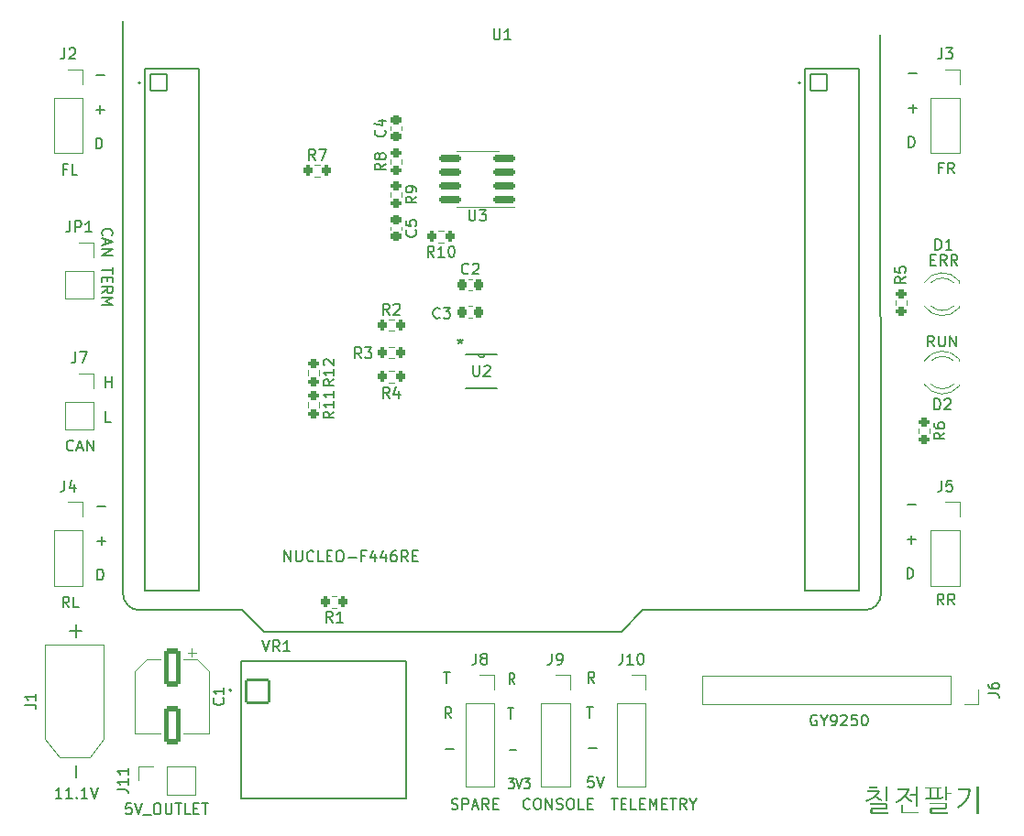
<source format=gbr>
%TF.GenerationSoftware,KiCad,Pcbnew,7.0.8*%
%TF.CreationDate,2023-10-27T12:44:36+09:00*%
%TF.ProjectId,doggedness_schemetic,646f6767-6564-46e6-9573-735f73636865,rev?*%
%TF.SameCoordinates,Original*%
%TF.FileFunction,Legend,Top*%
%TF.FilePolarity,Positive*%
%FSLAX46Y46*%
G04 Gerber Fmt 4.6, Leading zero omitted, Abs format (unit mm)*
G04 Created by KiCad (PCBNEW 7.0.8) date 2023-10-27 12:44:36*
%MOMM*%
%LPD*%
G01*
G04 APERTURE LIST*
G04 Aperture macros list*
%AMRoundRect*
0 Rectangle with rounded corners*
0 $1 Rounding radius*
0 $2 $3 $4 $5 $6 $7 $8 $9 X,Y pos of 4 corners*
0 Add a 4 corners polygon primitive as box body*
4,1,4,$2,$3,$4,$5,$6,$7,$8,$9,$2,$3,0*
0 Add four circle primitives for the rounded corners*
1,1,$1+$1,$2,$3*
1,1,$1+$1,$4,$5*
1,1,$1+$1,$6,$7*
1,1,$1+$1,$8,$9*
0 Add four rect primitives between the rounded corners*
20,1,$1+$1,$2,$3,$4,$5,0*
20,1,$1+$1,$4,$5,$6,$7,0*
20,1,$1+$1,$6,$7,$8,$9,0*
20,1,$1+$1,$8,$9,$2,$3,0*%
G04 Aperture macros list end*
%ADD10C,0.150000*%
%ADD11C,0.120000*%
%ADD12C,0.127000*%
%ADD13C,0.200000*%
%ADD14C,0.152400*%
%ADD15RoundRect,0.225000X0.250000X-0.225000X0.250000X0.225000X-0.250000X0.225000X-0.250000X-0.225000X0*%
%ADD16RoundRect,0.225000X-0.225000X-0.250000X0.225000X-0.250000X0.225000X0.250000X-0.225000X0.250000X0*%
%ADD17RoundRect,0.200000X-0.275000X0.200000X-0.275000X-0.200000X0.275000X-0.200000X0.275000X0.200000X0*%
%ADD18RoundRect,0.200000X0.275000X-0.200000X0.275000X0.200000X-0.275000X0.200000X-0.275000X-0.200000X0*%
%ADD19RoundRect,0.200000X-0.200000X-0.275000X0.200000X-0.275000X0.200000X0.275000X-0.200000X0.275000X0*%
%ADD20R,1.700000X1.700000*%
%ADD21O,1.700000X1.700000*%
%ADD22RoundRect,0.200000X0.200000X0.275000X-0.200000X0.275000X-0.200000X-0.275000X0.200000X-0.275000X0*%
%ADD23RoundRect,0.102000X-1.050000X-1.050000X1.050000X-1.050000X1.050000X1.050000X-1.050000X1.050000X0*%
%ADD24C,2.304000*%
%ADD25RoundRect,0.150000X0.825000X0.150000X-0.825000X0.150000X-0.825000X-0.150000X0.825000X-0.150000X0*%
%ADD26R,3.800000X3.800000*%
%ADD27C,4.000000*%
%ADD28R,1.800000X1.800000*%
%ADD29C,1.800000*%
%ADD30R,1.562100X0.355600*%
%ADD31RoundRect,0.225000X-0.250000X0.225000X-0.250000X-0.225000X0.250000X-0.225000X0.250000X0.225000X0*%
%ADD32C,3.000000*%
%ADD33RoundRect,0.102000X-0.765000X-0.765000X0.765000X-0.765000X0.765000X0.765000X-0.765000X0.765000X0*%
%ADD34C,1.734000*%
%ADD35RoundRect,0.250000X-0.550000X1.500000X-0.550000X-1.500000X0.550000X-1.500000X0.550000X1.500000X0*%
G04 APERTURE END LIST*
D10*
X125558779Y-56167866D02*
X126320684Y-56167866D01*
X125558779Y-59387866D02*
X126320684Y-59387866D01*
X125939731Y-59768819D02*
X125939731Y-59006914D01*
X125558779Y-62988819D02*
X125558779Y-61988819D01*
X125558779Y-61988819D02*
X125796874Y-61988819D01*
X125796874Y-61988819D02*
X125939731Y-62036438D01*
X125939731Y-62036438D02*
X126034969Y-62131676D01*
X126034969Y-62131676D02*
X126082588Y-62226914D01*
X126082588Y-62226914D02*
X126130207Y-62417390D01*
X126130207Y-62417390D02*
X126130207Y-62560247D01*
X126130207Y-62560247D02*
X126082588Y-62750723D01*
X126082588Y-62750723D02*
X126034969Y-62845961D01*
X126034969Y-62845961D02*
X125939731Y-62941200D01*
X125939731Y-62941200D02*
X125796874Y-62988819D01*
X125796874Y-62988819D02*
X125558779Y-62988819D01*
X126447779Y-85041819D02*
X126447779Y-84041819D01*
X126447779Y-84518009D02*
X127019207Y-84518009D01*
X127019207Y-85041819D02*
X127019207Y-84041819D01*
X126923969Y-88261819D02*
X126447779Y-88261819D01*
X126447779Y-88261819D02*
X126447779Y-87261819D01*
X203854207Y-105152819D02*
X203520874Y-104676628D01*
X203282779Y-105152819D02*
X203282779Y-104152819D01*
X203282779Y-104152819D02*
X203663731Y-104152819D01*
X203663731Y-104152819D02*
X203758969Y-104200438D01*
X203758969Y-104200438D02*
X203806588Y-104248057D01*
X203806588Y-104248057D02*
X203854207Y-104343295D01*
X203854207Y-104343295D02*
X203854207Y-104486152D01*
X203854207Y-104486152D02*
X203806588Y-104581390D01*
X203806588Y-104581390D02*
X203758969Y-104629009D01*
X203758969Y-104629009D02*
X203663731Y-104676628D01*
X203663731Y-104676628D02*
X203282779Y-104676628D01*
X204854207Y-105152819D02*
X204520874Y-104676628D01*
X204282779Y-105152819D02*
X204282779Y-104152819D01*
X204282779Y-104152819D02*
X204663731Y-104152819D01*
X204663731Y-104152819D02*
X204758969Y-104200438D01*
X204758969Y-104200438D02*
X204806588Y-104248057D01*
X204806588Y-104248057D02*
X204854207Y-104343295D01*
X204854207Y-104343295D02*
X204854207Y-104486152D01*
X204854207Y-104486152D02*
X204806588Y-104581390D01*
X204806588Y-104581390D02*
X204758969Y-104629009D01*
X204758969Y-104629009D02*
X204663731Y-104676628D01*
X204663731Y-104676628D02*
X204282779Y-104676628D01*
X192122588Y-115376438D02*
X192027350Y-115328819D01*
X192027350Y-115328819D02*
X191884493Y-115328819D01*
X191884493Y-115328819D02*
X191741636Y-115376438D01*
X191741636Y-115376438D02*
X191646398Y-115471676D01*
X191646398Y-115471676D02*
X191598779Y-115566914D01*
X191598779Y-115566914D02*
X191551160Y-115757390D01*
X191551160Y-115757390D02*
X191551160Y-115900247D01*
X191551160Y-115900247D02*
X191598779Y-116090723D01*
X191598779Y-116090723D02*
X191646398Y-116185961D01*
X191646398Y-116185961D02*
X191741636Y-116281200D01*
X191741636Y-116281200D02*
X191884493Y-116328819D01*
X191884493Y-116328819D02*
X191979731Y-116328819D01*
X191979731Y-116328819D02*
X192122588Y-116281200D01*
X192122588Y-116281200D02*
X192170207Y-116233580D01*
X192170207Y-116233580D02*
X192170207Y-115900247D01*
X192170207Y-115900247D02*
X191979731Y-115900247D01*
X192789255Y-115852628D02*
X192789255Y-116328819D01*
X192455922Y-115328819D02*
X192789255Y-115852628D01*
X192789255Y-115852628D02*
X193122588Y-115328819D01*
X193503541Y-116328819D02*
X193694017Y-116328819D01*
X193694017Y-116328819D02*
X193789255Y-116281200D01*
X193789255Y-116281200D02*
X193836874Y-116233580D01*
X193836874Y-116233580D02*
X193932112Y-116090723D01*
X193932112Y-116090723D02*
X193979731Y-115900247D01*
X193979731Y-115900247D02*
X193979731Y-115519295D01*
X193979731Y-115519295D02*
X193932112Y-115424057D01*
X193932112Y-115424057D02*
X193884493Y-115376438D01*
X193884493Y-115376438D02*
X193789255Y-115328819D01*
X193789255Y-115328819D02*
X193598779Y-115328819D01*
X193598779Y-115328819D02*
X193503541Y-115376438D01*
X193503541Y-115376438D02*
X193455922Y-115424057D01*
X193455922Y-115424057D02*
X193408303Y-115519295D01*
X193408303Y-115519295D02*
X193408303Y-115757390D01*
X193408303Y-115757390D02*
X193455922Y-115852628D01*
X193455922Y-115852628D02*
X193503541Y-115900247D01*
X193503541Y-115900247D02*
X193598779Y-115947866D01*
X193598779Y-115947866D02*
X193789255Y-115947866D01*
X193789255Y-115947866D02*
X193884493Y-115900247D01*
X193884493Y-115900247D02*
X193932112Y-115852628D01*
X193932112Y-115852628D02*
X193979731Y-115757390D01*
X194360684Y-115424057D02*
X194408303Y-115376438D01*
X194408303Y-115376438D02*
X194503541Y-115328819D01*
X194503541Y-115328819D02*
X194741636Y-115328819D01*
X194741636Y-115328819D02*
X194836874Y-115376438D01*
X194836874Y-115376438D02*
X194884493Y-115424057D01*
X194884493Y-115424057D02*
X194932112Y-115519295D01*
X194932112Y-115519295D02*
X194932112Y-115614533D01*
X194932112Y-115614533D02*
X194884493Y-115757390D01*
X194884493Y-115757390D02*
X194313065Y-116328819D01*
X194313065Y-116328819D02*
X194932112Y-116328819D01*
X195836874Y-115328819D02*
X195360684Y-115328819D01*
X195360684Y-115328819D02*
X195313065Y-115805009D01*
X195313065Y-115805009D02*
X195360684Y-115757390D01*
X195360684Y-115757390D02*
X195455922Y-115709771D01*
X195455922Y-115709771D02*
X195694017Y-115709771D01*
X195694017Y-115709771D02*
X195789255Y-115757390D01*
X195789255Y-115757390D02*
X195836874Y-115805009D01*
X195836874Y-115805009D02*
X195884493Y-115900247D01*
X195884493Y-115900247D02*
X195884493Y-116138342D01*
X195884493Y-116138342D02*
X195836874Y-116233580D01*
X195836874Y-116233580D02*
X195789255Y-116281200D01*
X195789255Y-116281200D02*
X195694017Y-116328819D01*
X195694017Y-116328819D02*
X195455922Y-116328819D01*
X195455922Y-116328819D02*
X195360684Y-116281200D01*
X195360684Y-116281200D02*
X195313065Y-116233580D01*
X196503541Y-115328819D02*
X196598779Y-115328819D01*
X196598779Y-115328819D02*
X196694017Y-115376438D01*
X196694017Y-115376438D02*
X196741636Y-115424057D01*
X196741636Y-115424057D02*
X196789255Y-115519295D01*
X196789255Y-115519295D02*
X196836874Y-115709771D01*
X196836874Y-115709771D02*
X196836874Y-115947866D01*
X196836874Y-115947866D02*
X196789255Y-116138342D01*
X196789255Y-116138342D02*
X196741636Y-116233580D01*
X196741636Y-116233580D02*
X196694017Y-116281200D01*
X196694017Y-116281200D02*
X196598779Y-116328819D01*
X196598779Y-116328819D02*
X196503541Y-116328819D01*
X196503541Y-116328819D02*
X196408303Y-116281200D01*
X196408303Y-116281200D02*
X196360684Y-116233580D01*
X196360684Y-116233580D02*
X196313065Y-116138342D01*
X196313065Y-116138342D02*
X196265446Y-115947866D01*
X196265446Y-115947866D02*
X196265446Y-115709771D01*
X196265446Y-115709771D02*
X196313065Y-115519295D01*
X196313065Y-115519295D02*
X196360684Y-115424057D01*
X196360684Y-115424057D02*
X196408303Y-115376438D01*
X196408303Y-115376438D02*
X196503541Y-115328819D01*
X200488779Y-95918866D02*
X201250684Y-95918866D01*
X200488779Y-99138866D02*
X201250684Y-99138866D01*
X200869731Y-99519819D02*
X200869731Y-98757914D01*
X200488779Y-102739819D02*
X200488779Y-101739819D01*
X200488779Y-101739819D02*
X200726874Y-101739819D01*
X200726874Y-101739819D02*
X200869731Y-101787438D01*
X200869731Y-101787438D02*
X200964969Y-101882676D01*
X200964969Y-101882676D02*
X201012588Y-101977914D01*
X201012588Y-101977914D02*
X201060207Y-102168390D01*
X201060207Y-102168390D02*
X201060207Y-102311247D01*
X201060207Y-102311247D02*
X201012588Y-102501723D01*
X201012588Y-102501723D02*
X200964969Y-102596961D01*
X200964969Y-102596961D02*
X200869731Y-102692200D01*
X200869731Y-102692200D02*
X200726874Y-102739819D01*
X200726874Y-102739819D02*
X200488779Y-102739819D01*
G36*
X198738999Y-124494180D02*
G01*
X198731247Y-124512402D01*
X198726298Y-124516650D01*
X198708798Y-124525647D01*
X198702362Y-124526420D01*
X197294058Y-124526420D01*
X197270131Y-124525986D01*
X197247810Y-124524685D01*
X197227095Y-124522517D01*
X197201972Y-124518277D01*
X197179704Y-124512495D01*
X197160291Y-124505172D01*
X197140038Y-124493849D01*
X197124246Y-124480118D01*
X197121623Y-124477083D01*
X197109942Y-124460136D01*
X197100242Y-124439826D01*
X197093907Y-124421157D01*
X197088839Y-124400335D01*
X197085038Y-124377361D01*
X197082504Y-124352234D01*
X197081435Y-124331977D01*
X197081078Y-124310509D01*
X197081078Y-124131235D01*
X197081508Y-124109840D01*
X197082796Y-124089801D01*
X197085849Y-124065194D01*
X197090428Y-124042998D01*
X197096534Y-124023214D01*
X197106314Y-124001877D01*
X197118478Y-123984307D01*
X197129927Y-123972965D01*
X197147217Y-123961285D01*
X197168252Y-123951585D01*
X197187776Y-123945249D01*
X197209697Y-123940181D01*
X197234014Y-123936380D01*
X197253825Y-123934361D01*
X197274984Y-123933054D01*
X197297491Y-123932461D01*
X197305293Y-123932421D01*
X198425391Y-123932421D01*
X198445170Y-123931532D01*
X198464691Y-123927582D01*
X198475705Y-123921186D01*
X198484131Y-123902379D01*
X198486545Y-123882935D01*
X198486940Y-123868429D01*
X198486940Y-123746308D01*
X198486167Y-123725348D01*
X198482733Y-123704854D01*
X198477170Y-123693551D01*
X198458518Y-123684785D01*
X198437634Y-123682492D01*
X198428322Y-123682316D01*
X197114784Y-123682316D01*
X197095627Y-123678279D01*
X197088406Y-123674501D01*
X197076313Y-123658246D01*
X197075705Y-123652519D01*
X197075705Y-123555799D01*
X197084089Y-123537442D01*
X197088406Y-123534305D01*
X197107167Y-123526658D01*
X197114784Y-123526001D01*
X198458608Y-123526001D01*
X198479054Y-123526239D01*
X198501952Y-123527155D01*
X198523063Y-123528758D01*
X198545436Y-123531496D01*
X198565378Y-123535170D01*
X198568029Y-123535771D01*
X198587965Y-123541205D01*
X198607839Y-123549216D01*
X198625008Y-123559237D01*
X198634951Y-123567034D01*
X198649301Y-123582490D01*
X198659605Y-123599337D01*
X198667436Y-123618966D01*
X198670122Y-123628583D01*
X198674397Y-123649466D01*
X198677135Y-123669541D01*
X198678938Y-123691300D01*
X198679739Y-123711290D01*
X198679892Y-123725303D01*
X198679892Y-123894808D01*
X198679458Y-123915670D01*
X198678158Y-123935211D01*
X198675074Y-123959208D01*
X198670449Y-123980854D01*
X198664281Y-124000149D01*
X198654404Y-124020962D01*
X198642118Y-124038102D01*
X198630555Y-124049169D01*
X198613417Y-124060568D01*
X198592535Y-124070035D01*
X198573133Y-124076217D01*
X198551334Y-124081163D01*
X198527139Y-124084872D01*
X198507420Y-124086843D01*
X198486352Y-124088118D01*
X198463937Y-124088698D01*
X198456166Y-124088736D01*
X197333137Y-124088736D01*
X197313474Y-124089664D01*
X197293257Y-124094278D01*
X197284288Y-124100460D01*
X197276961Y-124120244D01*
X197274862Y-124140794D01*
X197274519Y-124156147D01*
X197274519Y-124302693D01*
X197275407Y-124323572D01*
X197278907Y-124343108D01*
X197285754Y-124356915D01*
X197303950Y-124366807D01*
X197324536Y-124369782D01*
X197336068Y-124370104D01*
X198699431Y-124370104D01*
X198719038Y-124374142D01*
X198726298Y-124377920D01*
X198738391Y-124394175D01*
X198738999Y-124399902D01*
X198738999Y-124494180D01*
G37*
G36*
X198108852Y-123269546D02*
G01*
X198098788Y-123286446D01*
X198087847Y-123294947D01*
X198067201Y-123295176D01*
X198050234Y-123289085D01*
X198024518Y-123277897D01*
X197998846Y-123266314D01*
X197973216Y-123254335D01*
X197947629Y-123241962D01*
X197922085Y-123229193D01*
X197896584Y-123216030D01*
X197871126Y-123202472D01*
X197845711Y-123188518D01*
X197820339Y-123174170D01*
X197795010Y-123159427D01*
X197778147Y-123149378D01*
X197761388Y-123139153D01*
X197744694Y-123128748D01*
X197728064Y-123118163D01*
X197711500Y-123107399D01*
X197695000Y-123096456D01*
X197678565Y-123085333D01*
X197662195Y-123074031D01*
X197645890Y-123062550D01*
X197629650Y-123050889D01*
X197613474Y-123039049D01*
X197597364Y-123027030D01*
X197581318Y-123014831D01*
X197565338Y-123002453D01*
X197549422Y-122989895D01*
X197533571Y-122977159D01*
X197517785Y-122964242D01*
X197497745Y-122979910D01*
X197477439Y-122995406D01*
X197456865Y-123010731D01*
X197436024Y-123025883D01*
X197414916Y-123040864D01*
X197393541Y-123055673D01*
X197371899Y-123070311D01*
X197349990Y-123084776D01*
X197327813Y-123099070D01*
X197305370Y-123113192D01*
X197282659Y-123127143D01*
X197259681Y-123140922D01*
X197236436Y-123154529D01*
X197212924Y-123167964D01*
X197189144Y-123181227D01*
X197165098Y-123194319D01*
X197140845Y-123207153D01*
X197116326Y-123219766D01*
X197091539Y-123232158D01*
X197066485Y-123244328D01*
X197041164Y-123256277D01*
X197015575Y-123268004D01*
X196989720Y-123279510D01*
X196963598Y-123290795D01*
X196937208Y-123301858D01*
X196910551Y-123312701D01*
X196883627Y-123323321D01*
X196856436Y-123333721D01*
X196828978Y-123343899D01*
X196801252Y-123353855D01*
X196773260Y-123363591D01*
X196745000Y-123373105D01*
X196725963Y-123378394D01*
X196717157Y-123378967D01*
X196699941Y-123369615D01*
X196697617Y-123364801D01*
X196652676Y-123261242D01*
X196652018Y-123241130D01*
X196655607Y-123233398D01*
X196669031Y-123218592D01*
X196678078Y-123213859D01*
X196698823Y-123206452D01*
X196719414Y-123198946D01*
X196739852Y-123191343D01*
X196760136Y-123183641D01*
X196780266Y-123175841D01*
X196800243Y-123167943D01*
X196820066Y-123159946D01*
X196839736Y-123151851D01*
X196859252Y-123143658D01*
X196878614Y-123135367D01*
X196897823Y-123126977D01*
X196916878Y-123118489D01*
X196935780Y-123109903D01*
X196954528Y-123101219D01*
X196973123Y-123092436D01*
X196991563Y-123083555D01*
X197009851Y-123074576D01*
X197027984Y-123065498D01*
X197045964Y-123056322D01*
X197063791Y-123047048D01*
X197081463Y-123037676D01*
X197098983Y-123028205D01*
X197116348Y-123018636D01*
X197133560Y-123008969D01*
X197150618Y-122999204D01*
X197167523Y-122989340D01*
X197200872Y-122969318D01*
X197233606Y-122948903D01*
X197265726Y-122928094D01*
X197297271Y-122906870D01*
X197328161Y-122885207D01*
X197358393Y-122863105D01*
X197387969Y-122840564D01*
X197416889Y-122817584D01*
X197445153Y-122794165D01*
X197472760Y-122770308D01*
X197499711Y-122746011D01*
X197526005Y-122721276D01*
X197551643Y-122696102D01*
X197576624Y-122670489D01*
X197600949Y-122644437D01*
X197624618Y-122617946D01*
X197647630Y-122591016D01*
X197669986Y-122563648D01*
X197691685Y-122535840D01*
X197702415Y-122518238D01*
X197706502Y-122498133D01*
X197699990Y-122483084D01*
X197684305Y-122470879D01*
X197664254Y-122464640D01*
X197643814Y-122463056D01*
X196795803Y-122463056D01*
X196776613Y-122459073D01*
X196763710Y-122442484D01*
X196762097Y-122429351D01*
X196762097Y-122338004D01*
X196766837Y-122318953D01*
X196784348Y-122307840D01*
X196795803Y-122306741D01*
X197719529Y-122306741D01*
X197745999Y-122307200D01*
X197770820Y-122308578D01*
X197793993Y-122310875D01*
X197815517Y-122314091D01*
X197835392Y-122318225D01*
X197859328Y-122325167D01*
X197880333Y-122333742D01*
X197898407Y-122343951D01*
X197916877Y-122359009D01*
X197930220Y-122376704D01*
X197937886Y-122397429D01*
X197939875Y-122421183D01*
X197937379Y-122442367D01*
X197931250Y-122465490D01*
X197924270Y-122484105D01*
X197915245Y-122503810D01*
X197904177Y-122524605D01*
X197892089Y-122545557D01*
X197879516Y-122566401D01*
X197866458Y-122587139D01*
X197852916Y-122607770D01*
X197838889Y-122628294D01*
X197824378Y-122648711D01*
X197809382Y-122669021D01*
X197793901Y-122689225D01*
X197777936Y-122709322D01*
X197761485Y-122729311D01*
X197744551Y-122749194D01*
X197727131Y-122768970D01*
X197709227Y-122788639D01*
X197690838Y-122808202D01*
X197671965Y-122827657D01*
X197652607Y-122847006D01*
X197674191Y-122864132D01*
X197695895Y-122880889D01*
X197717719Y-122897276D01*
X197739664Y-122913295D01*
X197761729Y-122928944D01*
X197783914Y-122944224D01*
X197806219Y-122959135D01*
X197828645Y-122973676D01*
X197851190Y-122987849D01*
X197873856Y-123001652D01*
X197889034Y-123010648D01*
X197911831Y-123023789D01*
X197934612Y-123036466D01*
X197957375Y-123048679D01*
X197980121Y-123060428D01*
X198002850Y-123071714D01*
X198025562Y-123082536D01*
X198048256Y-123092894D01*
X198070934Y-123102789D01*
X198093594Y-123112220D01*
X198116237Y-123121187D01*
X198131323Y-123126908D01*
X198148899Y-123139020D01*
X198158418Y-123156866D01*
X198154777Y-123178060D01*
X198153793Y-123180153D01*
X198108852Y-123269546D01*
G37*
G36*
X198640813Y-123356496D02*
G01*
X198526019Y-123356496D01*
X198505411Y-123352680D01*
X198490756Y-123338025D01*
X198486940Y-123317418D01*
X198486940Y-121970662D01*
X198490756Y-121950054D01*
X198505411Y-121935400D01*
X198526019Y-121931584D01*
X198640813Y-121931584D01*
X198661421Y-121935400D01*
X198676076Y-121950054D01*
X198679892Y-121970662D01*
X198679892Y-123317418D01*
X198676076Y-123338025D01*
X198661421Y-123352680D01*
X198640813Y-123356496D01*
G37*
G36*
X197708294Y-121998506D02*
G01*
X197708294Y-122080572D01*
X197704191Y-122100922D01*
X197690202Y-122114602D01*
X197668869Y-122119124D01*
X197666284Y-122119162D01*
X197033695Y-122119162D01*
X197013388Y-122115530D01*
X196997593Y-122101226D01*
X196992055Y-122081450D01*
X196991685Y-122073244D01*
X196991685Y-121974570D01*
X196995009Y-121953791D01*
X197008096Y-121937629D01*
X197028608Y-121931752D01*
X197033695Y-121931584D01*
X197666284Y-121962847D01*
X197686592Y-121965667D01*
X197703330Y-121978204D01*
X197708294Y-121998506D01*
G37*
G36*
X200673402Y-122337027D02*
G01*
X200665779Y-122359126D01*
X200657563Y-122381277D01*
X200648754Y-122403479D01*
X200639353Y-122425733D01*
X200629360Y-122448038D01*
X200618774Y-122470395D01*
X200607595Y-122492803D01*
X200595825Y-122515263D01*
X200583461Y-122537774D01*
X200570505Y-122560337D01*
X200561539Y-122575408D01*
X200547669Y-122597918D01*
X200533352Y-122620385D01*
X200518588Y-122642809D01*
X200503379Y-122665190D01*
X200487722Y-122687528D01*
X200471619Y-122709823D01*
X200455070Y-122732076D01*
X200438074Y-122754285D01*
X200420632Y-122776452D01*
X200402743Y-122798575D01*
X200390569Y-122813300D01*
X200404748Y-122829666D01*
X200419199Y-122845914D01*
X200433920Y-122862044D01*
X200448912Y-122878055D01*
X200464176Y-122893948D01*
X200479710Y-122909723D01*
X200495515Y-122925379D01*
X200511591Y-122940917D01*
X200527938Y-122956337D01*
X200544556Y-122971638D01*
X200561445Y-122986821D01*
X200578605Y-123001886D01*
X200596036Y-123016833D01*
X200613738Y-123031661D01*
X200631711Y-123046371D01*
X200649955Y-123060963D01*
X200668317Y-123075335D01*
X200686645Y-123089386D01*
X200704938Y-123103117D01*
X200723197Y-123116528D01*
X200741422Y-123129618D01*
X200759612Y-123142387D01*
X200777768Y-123154836D01*
X200795890Y-123166964D01*
X200813977Y-123178772D01*
X200832030Y-123190259D01*
X200850049Y-123201425D01*
X200868033Y-123212271D01*
X200885983Y-123222796D01*
X200903899Y-123233001D01*
X200921780Y-123242885D01*
X200939627Y-123252449D01*
X200956781Y-123264995D01*
X200963009Y-123284962D01*
X200956235Y-123305694D01*
X200891755Y-123400949D01*
X200876412Y-123414424D01*
X200866842Y-123416580D01*
X200847036Y-123414405D01*
X200836068Y-123409253D01*
X200818221Y-123399308D01*
X200800340Y-123389011D01*
X200782424Y-123378364D01*
X200764474Y-123367365D01*
X200746490Y-123356016D01*
X200728471Y-123344315D01*
X200710418Y-123332263D01*
X200692331Y-123319860D01*
X200674209Y-123307106D01*
X200656053Y-123294001D01*
X200637863Y-123280544D01*
X200619638Y-123266737D01*
X200601379Y-123252579D01*
X200583086Y-123238069D01*
X200564758Y-123223208D01*
X200546396Y-123207997D01*
X200528099Y-123192554D01*
X200509966Y-123177001D01*
X200491997Y-123161337D01*
X200474192Y-123145562D01*
X200456551Y-123129677D01*
X200439074Y-123113681D01*
X200421761Y-123097574D01*
X200404613Y-123081357D01*
X200387628Y-123065029D01*
X200370808Y-123048590D01*
X200354152Y-123032041D01*
X200337660Y-123015381D01*
X200321332Y-122998610D01*
X200305168Y-122981729D01*
X200289168Y-122964737D01*
X200273332Y-122947634D01*
X200253245Y-122968530D01*
X200232918Y-122989209D01*
X200212350Y-123009670D01*
X200191542Y-123029913D01*
X200170493Y-123049939D01*
X200149204Y-123069748D01*
X200127674Y-123089339D01*
X200105904Y-123108712D01*
X200083893Y-123127868D01*
X200061643Y-123146806D01*
X200039151Y-123165527D01*
X200016419Y-123184030D01*
X199993447Y-123202316D01*
X199970235Y-123220384D01*
X199946782Y-123238235D01*
X199923088Y-123255868D01*
X199899265Y-123273135D01*
X199875423Y-123290009D01*
X199851561Y-123306490D01*
X199827681Y-123322577D01*
X199803781Y-123338272D01*
X199779863Y-123353573D01*
X199755925Y-123368481D01*
X199731968Y-123382997D01*
X199707992Y-123397119D01*
X199683997Y-123410848D01*
X199659983Y-123424184D01*
X199635950Y-123437127D01*
X199611898Y-123449677D01*
X199587827Y-123461834D01*
X199563736Y-123473597D01*
X199539627Y-123484968D01*
X199521034Y-123492031D01*
X199511295Y-123495226D01*
X199492039Y-123488954D01*
X199489313Y-123484968D01*
X199433137Y-123387271D01*
X199428128Y-123368257D01*
X199430206Y-123357962D01*
X199441476Y-123341653D01*
X199450234Y-123336468D01*
X199470806Y-123325917D01*
X199491244Y-123315206D01*
X199511548Y-123304336D01*
X199531719Y-123293306D01*
X199551757Y-123282117D01*
X199571661Y-123270769D01*
X199591431Y-123259261D01*
X199611068Y-123247595D01*
X199630571Y-123235768D01*
X199649941Y-123223783D01*
X199669177Y-123211638D01*
X199688279Y-123199334D01*
X199707248Y-123186870D01*
X199726083Y-123174247D01*
X199744785Y-123161465D01*
X199763353Y-123148524D01*
X199781788Y-123135423D01*
X199800089Y-123122163D01*
X199818256Y-123108743D01*
X199836290Y-123095164D01*
X199854191Y-123081426D01*
X199871957Y-123067528D01*
X199889591Y-123053472D01*
X199907090Y-123039255D01*
X199924456Y-123024880D01*
X199941689Y-123010345D01*
X199958788Y-122995651D01*
X199975753Y-122980797D01*
X199992585Y-122965785D01*
X200009283Y-122950612D01*
X200025848Y-122935281D01*
X200042279Y-122919790D01*
X200058540Y-122904119D01*
X200074597Y-122888306D01*
X200090448Y-122872352D01*
X200106095Y-122856256D01*
X200121536Y-122840020D01*
X200136772Y-122823642D01*
X200151803Y-122807124D01*
X200166629Y-122790464D01*
X200181249Y-122773662D01*
X200195665Y-122756720D01*
X200209876Y-122739636D01*
X200223881Y-122722411D01*
X200237681Y-122705045D01*
X200251276Y-122687538D01*
X200264666Y-122669890D01*
X200277851Y-122652100D01*
X200290831Y-122634169D01*
X200303605Y-122616097D01*
X200316175Y-122597884D01*
X200328539Y-122579529D01*
X200340698Y-122561034D01*
X200352652Y-122542397D01*
X200364401Y-122523619D01*
X200375945Y-122504699D01*
X200387284Y-122485639D01*
X200398417Y-122466437D01*
X200409346Y-122447094D01*
X200420069Y-122427610D01*
X200430587Y-122407985D01*
X200440900Y-122388218D01*
X200451008Y-122368311D01*
X200460911Y-122348262D01*
X200468574Y-122330127D01*
X200472231Y-122309777D01*
X200466284Y-122292575D01*
X200449361Y-122280887D01*
X200429111Y-122276296D01*
X200413039Y-122275478D01*
X199592872Y-122275478D01*
X199573682Y-122271495D01*
X199560779Y-122254905D01*
X199559166Y-122241772D01*
X199559166Y-122150425D01*
X199563906Y-122131374D01*
X199581417Y-122120261D01*
X199592872Y-122119162D01*
X200488755Y-122119162D01*
X200515139Y-122119587D01*
X200539702Y-122120862D01*
X200562445Y-122122987D01*
X200583368Y-122125963D01*
X200608434Y-122131252D01*
X200630263Y-122138053D01*
X200648856Y-122146365D01*
X200667546Y-122158880D01*
X200676333Y-122167522D01*
X200687338Y-122184283D01*
X200694098Y-122204645D01*
X200696612Y-122228609D01*
X200695566Y-122250373D01*
X200691803Y-122274443D01*
X200687198Y-122294008D01*
X200681064Y-122314869D01*
X200673402Y-122337027D01*
G37*
G36*
X201286940Y-122681898D02*
G01*
X201286940Y-121971151D01*
X201290756Y-121950285D01*
X201305411Y-121935448D01*
X201326019Y-121931584D01*
X201440813Y-121931584D01*
X201461421Y-121935400D01*
X201476076Y-121950054D01*
X201479892Y-121970662D01*
X201479892Y-123776594D01*
X201476076Y-123797202D01*
X201461421Y-123811857D01*
X201440813Y-123815673D01*
X201326019Y-123815673D01*
X201305411Y-123811857D01*
X201290756Y-123797202D01*
X201286940Y-123776594D01*
X201286940Y-122838213D01*
X200757422Y-122838213D01*
X200736841Y-122834403D01*
X200723533Y-122820078D01*
X200721274Y-122805973D01*
X200721274Y-122714138D01*
X200726357Y-122694491D01*
X200743337Y-122683440D01*
X200757422Y-122681898D01*
X201286940Y-122681898D01*
G37*
G36*
X201524833Y-124463893D02*
G01*
X200108224Y-124463893D01*
X200084297Y-124463490D01*
X200061976Y-124462279D01*
X200041261Y-124460261D01*
X200016138Y-124456315D01*
X199993870Y-124450934D01*
X199974457Y-124444118D01*
X199954204Y-124433581D01*
X199938412Y-124420801D01*
X199935789Y-124417976D01*
X199924109Y-124402217D01*
X199914408Y-124383333D01*
X199906687Y-124361325D01*
X199901936Y-124341469D01*
X199898452Y-124319613D01*
X199896234Y-124295758D01*
X199895284Y-124269902D01*
X199895244Y-124263126D01*
X199895244Y-123731165D01*
X199899061Y-123710299D01*
X199913715Y-123695462D01*
X199934323Y-123691598D01*
X200049117Y-123691598D01*
X200069725Y-123695462D01*
X200084380Y-123710299D01*
X200088196Y-123731165D01*
X200088196Y-124248960D01*
X200089201Y-124268623D01*
X200094199Y-124288840D01*
X200100897Y-124297808D01*
X200120192Y-124305136D01*
X200141108Y-124307339D01*
X200152676Y-124307578D01*
X201524833Y-124307578D01*
X201544080Y-124311734D01*
X201552676Y-124316371D01*
X201565722Y-124331731D01*
X201566842Y-124338841D01*
X201566842Y-124432630D01*
X201559524Y-124451063D01*
X201552676Y-124456078D01*
X201533639Y-124463130D01*
X201524833Y-124463893D01*
G37*
G36*
X203981357Y-123463713D02*
G01*
X204004254Y-123464629D01*
X204025366Y-123466232D01*
X204047739Y-123468970D01*
X204067681Y-123472643D01*
X204070332Y-123473244D01*
X204090268Y-123478679D01*
X204110142Y-123486690D01*
X204127311Y-123496711D01*
X204137254Y-123504508D01*
X204151603Y-123519706D01*
X204161907Y-123536403D01*
X204169739Y-123555959D01*
X204172425Y-123565568D01*
X204176699Y-123586207D01*
X204179438Y-123606069D01*
X204181241Y-123627614D01*
X204182042Y-123647420D01*
X204182195Y-123661311D01*
X204182195Y-123865010D01*
X204181761Y-123885698D01*
X204179834Y-123911252D01*
X204176365Y-123934486D01*
X204171354Y-123955399D01*
X204164802Y-123973992D01*
X204154443Y-123993970D01*
X204141675Y-124010323D01*
X204132858Y-124018394D01*
X204115708Y-124029653D01*
X204094790Y-124039002D01*
X204075342Y-124045109D01*
X204053483Y-124049993D01*
X204029211Y-124053657D01*
X204009425Y-124055603D01*
X203988281Y-124056863D01*
X203965781Y-124057435D01*
X203957980Y-124057473D01*
X202834951Y-124057473D01*
X202815288Y-124058401D01*
X202795071Y-124063015D01*
X202786103Y-124069197D01*
X202778775Y-124088981D01*
X202776677Y-124109531D01*
X202776333Y-124124884D01*
X202776333Y-124302693D01*
X202777222Y-124323572D01*
X202780722Y-124343108D01*
X202787568Y-124356915D01*
X202805764Y-124366807D01*
X202826350Y-124369782D01*
X202837882Y-124370104D01*
X204201734Y-124370104D01*
X204220891Y-124374142D01*
X204228113Y-124377920D01*
X204240205Y-124394175D01*
X204240813Y-124399902D01*
X204240813Y-124494180D01*
X204233061Y-124512402D01*
X204228113Y-124516650D01*
X204210612Y-124525647D01*
X204204177Y-124526420D01*
X202795872Y-124526420D01*
X202772033Y-124525986D01*
X202749791Y-124524685D01*
X202729146Y-124522517D01*
X202704103Y-124518277D01*
X202681900Y-124512495D01*
X202662536Y-124505172D01*
X202642324Y-124493849D01*
X202626548Y-124480118D01*
X202623926Y-124477083D01*
X202612245Y-124460136D01*
X202602545Y-124439826D01*
X202596210Y-124421157D01*
X202591142Y-124400335D01*
X202587341Y-124377361D01*
X202584807Y-124352234D01*
X202583738Y-124331977D01*
X202583381Y-124310509D01*
X202583381Y-124100460D01*
X202583811Y-124078978D01*
X202585099Y-124058861D01*
X202588152Y-124034161D01*
X202592731Y-124011890D01*
X202598837Y-123992045D01*
X202608616Y-123970652D01*
X202620781Y-123953052D01*
X202632230Y-123941702D01*
X202649508Y-123930022D01*
X202670507Y-123920321D01*
X202689986Y-123913986D01*
X202711845Y-123908918D01*
X202736086Y-123905117D01*
X202755830Y-123903098D01*
X202776913Y-123901791D01*
X202799336Y-123901198D01*
X202807108Y-123901158D01*
X203927205Y-123901158D01*
X203946985Y-123900308D01*
X203966505Y-123896530D01*
X203977519Y-123890411D01*
X203985946Y-123871727D01*
X203988480Y-123850239D01*
X203988755Y-123838143D01*
X203988755Y-123682805D01*
X203987982Y-123662120D01*
X203984547Y-123641992D01*
X203978985Y-123631025D01*
X203960333Y-123622259D01*
X203939448Y-123619966D01*
X203930136Y-123619790D01*
X202616598Y-123619790D01*
X202597441Y-123615753D01*
X202590220Y-123611974D01*
X202578127Y-123595719D01*
X202577519Y-123589993D01*
X202577519Y-123493272D01*
X202585904Y-123474916D01*
X202590220Y-123471779D01*
X202608982Y-123464132D01*
X202616598Y-123463475D01*
X203960911Y-123463475D01*
X203981357Y-123463713D01*
G37*
G36*
X204163724Y-121935400D02*
G01*
X204178379Y-121950054D01*
X204182195Y-121970662D01*
X204182195Y-122525582D01*
X204568587Y-122525582D01*
X204587821Y-122529208D01*
X204597896Y-122534863D01*
X204609592Y-122551036D01*
X204610597Y-122559288D01*
X204610597Y-122648192D01*
X204602845Y-122666844D01*
X204597896Y-122671639D01*
X204579544Y-122680685D01*
X204568587Y-122681898D01*
X204182195Y-122681898D01*
X204182195Y-123239260D01*
X204178379Y-123259868D01*
X204163724Y-123274522D01*
X204143116Y-123278339D01*
X204027833Y-123278339D01*
X204007225Y-123274522D01*
X203992571Y-123259868D01*
X203988755Y-123239260D01*
X203988755Y-121970174D01*
X203992571Y-121949824D01*
X204007225Y-121935352D01*
X204027833Y-121931584D01*
X204143116Y-121931584D01*
X204163724Y-121935400D01*
G37*
G36*
X203633905Y-122028116D02*
G01*
X203650643Y-122040309D01*
X203655607Y-122060055D01*
X203655607Y-122147006D01*
X203650643Y-122166752D01*
X203633905Y-122178945D01*
X203613598Y-122181688D01*
X203389383Y-122181688D01*
X203389383Y-122984270D01*
X203413792Y-122982011D01*
X203437926Y-122979630D01*
X203461785Y-122977126D01*
X203485370Y-122974501D01*
X203508680Y-122971753D01*
X203531715Y-122968883D01*
X203554476Y-122965891D01*
X203576961Y-122962777D01*
X203599294Y-122959571D01*
X203621352Y-122956304D01*
X203643136Y-122952977D01*
X203664644Y-122949588D01*
X203685878Y-122946138D01*
X203706837Y-122942627D01*
X203727522Y-122939055D01*
X203747931Y-122935422D01*
X203767988Y-122932531D01*
X203781637Y-122934445D01*
X203793121Y-122950390D01*
X203795803Y-122958381D01*
X203812411Y-123053147D01*
X203812285Y-123072730D01*
X203809480Y-123079036D01*
X203792540Y-123088884D01*
X203775775Y-123093203D01*
X203755945Y-123096729D01*
X203735536Y-123100225D01*
X203714546Y-123103690D01*
X203692976Y-123107124D01*
X203670827Y-123110529D01*
X203648097Y-123113902D01*
X203624787Y-123117245D01*
X203600897Y-123120558D01*
X203576610Y-123123741D01*
X203552109Y-123126939D01*
X203527395Y-123130152D01*
X203502467Y-123133381D01*
X203477325Y-123136624D01*
X203451970Y-123139883D01*
X203426401Y-123143158D01*
X203400618Y-123146448D01*
X203381162Y-123148795D01*
X203361629Y-123151073D01*
X203342018Y-123153282D01*
X203322330Y-123155423D01*
X203302565Y-123157496D01*
X203282723Y-123159499D01*
X203262803Y-123161434D01*
X203242806Y-123163300D01*
X203222732Y-123165098D01*
X203202581Y-123166827D01*
X203189103Y-123167941D01*
X203169014Y-123169476D01*
X203149044Y-123170969D01*
X203129194Y-123172419D01*
X203109465Y-123173826D01*
X203089856Y-123175189D01*
X203063898Y-123176941D01*
X203038153Y-123178616D01*
X203012622Y-123180216D01*
X202987305Y-123181738D01*
X202981009Y-123182107D01*
X202960981Y-123182107D01*
X202940220Y-123182107D01*
X202918727Y-123182107D01*
X202896501Y-123182107D01*
X202873542Y-123182107D01*
X202849850Y-123182107D01*
X202825426Y-123182107D01*
X202800269Y-123182107D01*
X202774631Y-123182130D01*
X202748764Y-123182199D01*
X202729214Y-123182280D01*
X202709535Y-123182387D01*
X202689727Y-123182521D01*
X202669790Y-123182679D01*
X202649724Y-123182864D01*
X202629530Y-123183074D01*
X202609207Y-123183311D01*
X202588755Y-123183572D01*
X202568364Y-123183834D01*
X202548042Y-123184070D01*
X202527789Y-123184281D01*
X202507605Y-123184465D01*
X202487489Y-123184624D01*
X202467442Y-123184757D01*
X202447464Y-123184865D01*
X202427554Y-123184946D01*
X202407713Y-123185002D01*
X202387941Y-123185032D01*
X202374798Y-123185038D01*
X202348908Y-123184992D01*
X202323751Y-123184855D01*
X202299327Y-123184626D01*
X202275635Y-123184305D01*
X202252676Y-123183893D01*
X202230450Y-123183389D01*
X202208957Y-123182794D01*
X202188196Y-123182107D01*
X202168962Y-123177909D01*
X202158887Y-123171360D01*
X202147427Y-123155198D01*
X202146187Y-123146936D01*
X202146187Y-123060963D01*
X202152190Y-123042030D01*
X202158887Y-123035561D01*
X202177240Y-123026946D01*
X202188196Y-123025792D01*
X202208788Y-123025827D01*
X202230261Y-123025935D01*
X202252618Y-123026114D01*
X202275857Y-123026364D01*
X202299978Y-123026686D01*
X202319910Y-123026995D01*
X202335230Y-123027257D01*
X202356029Y-123027555D01*
X202377149Y-123027715D01*
X202398589Y-123027738D01*
X202420349Y-123027623D01*
X202442430Y-123027371D01*
X202464832Y-123026982D01*
X202487554Y-123026456D01*
X202510597Y-123025792D01*
X202510597Y-122181688D01*
X202700618Y-122181688D01*
X202700618Y-123025792D01*
X202723327Y-123025792D01*
X202745965Y-123025792D01*
X202768531Y-123025792D01*
X202791026Y-123025792D01*
X202813449Y-123025792D01*
X202835800Y-123025792D01*
X202844721Y-123025792D01*
X202866839Y-123025792D01*
X202888313Y-123025792D01*
X202909142Y-123025792D01*
X202929328Y-123025792D01*
X202948870Y-123025792D01*
X202971470Y-123025792D01*
X202975147Y-123025792D01*
X203087498Y-123019930D01*
X203108398Y-123018728D01*
X203129333Y-123017319D01*
X203150301Y-123015705D01*
X203171304Y-123013885D01*
X203192342Y-123011858D01*
X203199362Y-123011137D01*
X203199362Y-122181688D01*
X202700618Y-122181688D01*
X202510597Y-122181688D01*
X202208224Y-122181688D01*
X202188618Y-122176389D01*
X202181357Y-122171430D01*
X202170158Y-122155011D01*
X202168657Y-122144563D01*
X202168657Y-122062498D01*
X202174660Y-122043103D01*
X202181357Y-122036120D01*
X202198658Y-122026643D01*
X202208224Y-122025373D01*
X203613598Y-122025373D01*
X203633905Y-122028116D01*
G37*
G36*
X207040813Y-124526420D02*
G01*
X206926019Y-124526420D01*
X206905411Y-124522556D01*
X206890756Y-124507718D01*
X206886940Y-124486852D01*
X206886940Y-121971151D01*
X206890756Y-121950285D01*
X206905411Y-121935448D01*
X206926019Y-121931584D01*
X207040813Y-121931584D01*
X207061421Y-121935448D01*
X207076076Y-121950285D01*
X207079892Y-121971151D01*
X207079892Y-124486852D01*
X207076076Y-124507718D01*
X207061421Y-124522556D01*
X207040813Y-124526420D01*
G37*
G36*
X206329578Y-122340446D02*
G01*
X206327546Y-122370517D01*
X206324991Y-122400522D01*
X206321913Y-122430463D01*
X206318312Y-122460339D01*
X206314189Y-122490150D01*
X206309542Y-122519896D01*
X206304373Y-122549577D01*
X206298681Y-122579193D01*
X206292466Y-122608745D01*
X206285729Y-122638232D01*
X206278468Y-122667653D01*
X206270685Y-122697010D01*
X206262379Y-122726302D01*
X206253550Y-122755529D01*
X206244198Y-122784691D01*
X206234323Y-122813789D01*
X206223941Y-122842772D01*
X206213067Y-122871590D01*
X206201700Y-122900245D01*
X206189841Y-122928736D01*
X206177489Y-122957062D01*
X206164645Y-122985224D01*
X206151309Y-123013223D01*
X206137481Y-123041057D01*
X206123160Y-123068727D01*
X206108347Y-123096233D01*
X206093042Y-123123575D01*
X206077245Y-123150752D01*
X206060955Y-123177766D01*
X206044173Y-123204615D01*
X206026898Y-123231301D01*
X206009131Y-123257822D01*
X205990888Y-123284082D01*
X205972182Y-123310105D01*
X205953015Y-123335892D01*
X205933386Y-123361442D01*
X205913295Y-123386756D01*
X205892742Y-123411833D01*
X205871728Y-123436673D01*
X205850251Y-123461277D01*
X205828313Y-123485644D01*
X205805914Y-123509774D01*
X205783052Y-123533668D01*
X205759729Y-123557325D01*
X205735944Y-123580746D01*
X205711697Y-123603930D01*
X205686988Y-123626877D01*
X205661818Y-123649588D01*
X205636205Y-123672009D01*
X205610168Y-123694086D01*
X205583708Y-123715820D01*
X205556824Y-123737210D01*
X205529517Y-123758257D01*
X205501786Y-123778960D01*
X205473631Y-123799320D01*
X205445053Y-123819337D01*
X205416051Y-123839010D01*
X205386625Y-123858339D01*
X205356776Y-123877325D01*
X205326503Y-123895968D01*
X205295807Y-123914267D01*
X205264687Y-123932223D01*
X205233143Y-123949835D01*
X205201176Y-123967103D01*
X205182350Y-123974544D01*
X205161936Y-123972563D01*
X205147931Y-123958799D01*
X205086382Y-123861102D01*
X205079083Y-123841944D01*
X205084286Y-123822745D01*
X205097617Y-123813230D01*
X205127140Y-123797706D01*
X205156235Y-123781906D01*
X205184903Y-123765832D01*
X205213144Y-123749483D01*
X205240957Y-123732859D01*
X205268343Y-123715961D01*
X205295301Y-123698787D01*
X205321832Y-123681339D01*
X205347935Y-123663616D01*
X205373612Y-123645619D01*
X205398860Y-123627346D01*
X205423681Y-123608799D01*
X205448075Y-123589977D01*
X205472041Y-123570881D01*
X205495580Y-123551509D01*
X205518692Y-123531863D01*
X205541441Y-123511976D01*
X205563770Y-123491883D01*
X205585679Y-123471584D01*
X205607169Y-123451079D01*
X205628238Y-123430368D01*
X205648888Y-123409451D01*
X205669119Y-123388328D01*
X205688929Y-123366999D01*
X205708320Y-123345463D01*
X205727290Y-123323722D01*
X205745841Y-123301775D01*
X205763973Y-123279621D01*
X205781684Y-123257261D01*
X205798976Y-123234696D01*
X205815848Y-123211924D01*
X205832300Y-123188946D01*
X205848389Y-123165788D01*
X205864051Y-123142479D01*
X205879286Y-123119016D01*
X205894093Y-123095401D01*
X205908473Y-123071633D01*
X205922425Y-123047712D01*
X205935950Y-123023639D01*
X205949048Y-122999413D01*
X205961718Y-122975035D01*
X205973960Y-122950504D01*
X205985776Y-122925820D01*
X205997163Y-122900983D01*
X206008124Y-122875994D01*
X206018657Y-122850853D01*
X206028762Y-122825558D01*
X206038441Y-122800111D01*
X206047686Y-122774483D01*
X206056492Y-122748767D01*
X206064859Y-122722963D01*
X206072787Y-122697071D01*
X206080277Y-122671092D01*
X206087327Y-122645025D01*
X206093939Y-122618870D01*
X206100112Y-122592627D01*
X206105846Y-122566296D01*
X206111141Y-122539878D01*
X206115997Y-122513372D01*
X206120415Y-122486778D01*
X206124393Y-122460096D01*
X206127933Y-122433327D01*
X206131033Y-122406470D01*
X206133695Y-122379525D01*
X206134940Y-122358020D01*
X206131634Y-122337508D01*
X206121972Y-122322372D01*
X206104769Y-122312251D01*
X206084419Y-122307718D01*
X206066284Y-122306741D01*
X205175775Y-122306741D01*
X205155533Y-122302001D01*
X205143726Y-122284490D01*
X205142558Y-122273035D01*
X205142558Y-122181688D01*
X205147229Y-122162637D01*
X205164486Y-122151524D01*
X205175775Y-122150425D01*
X206119529Y-122150425D01*
X206143469Y-122150829D01*
X206165828Y-122152039D01*
X206186608Y-122154057D01*
X206211857Y-122158003D01*
X206234297Y-122163384D01*
X206253928Y-122170200D01*
X206274517Y-122180738D01*
X206290717Y-122193518D01*
X206293430Y-122196343D01*
X206305389Y-122211839D01*
X206315011Y-122229936D01*
X206322296Y-122250632D01*
X206327242Y-122273928D01*
X206329517Y-122294437D01*
X206330295Y-122316610D01*
X206329578Y-122340446D01*
G37*
X202647779Y-73260009D02*
X202981112Y-73260009D01*
X203123969Y-73783819D02*
X202647779Y-73783819D01*
X202647779Y-73783819D02*
X202647779Y-72783819D01*
X202647779Y-72783819D02*
X203123969Y-72783819D01*
X204123969Y-73783819D02*
X203790636Y-73307628D01*
X203552541Y-73783819D02*
X203552541Y-72783819D01*
X203552541Y-72783819D02*
X203933493Y-72783819D01*
X203933493Y-72783819D02*
X204028731Y-72831438D01*
X204028731Y-72831438D02*
X204076350Y-72879057D01*
X204076350Y-72879057D02*
X204123969Y-72974295D01*
X204123969Y-72974295D02*
X204123969Y-73117152D01*
X204123969Y-73117152D02*
X204076350Y-73212390D01*
X204076350Y-73212390D02*
X204028731Y-73260009D01*
X204028731Y-73260009D02*
X203933493Y-73307628D01*
X203933493Y-73307628D02*
X203552541Y-73307628D01*
X205123969Y-73783819D02*
X204790636Y-73307628D01*
X204552541Y-73783819D02*
X204552541Y-72783819D01*
X204552541Y-72783819D02*
X204933493Y-72783819D01*
X204933493Y-72783819D02*
X205028731Y-72831438D01*
X205028731Y-72831438D02*
X205076350Y-72879057D01*
X205076350Y-72879057D02*
X205123969Y-72974295D01*
X205123969Y-72974295D02*
X205123969Y-73117152D01*
X205123969Y-73117152D02*
X205076350Y-73212390D01*
X205076350Y-73212390D02*
X205028731Y-73260009D01*
X205028731Y-73260009D02*
X204933493Y-73307628D01*
X204933493Y-73307628D02*
X204552541Y-73307628D01*
X123082207Y-105406819D02*
X122748874Y-104930628D01*
X122510779Y-105406819D02*
X122510779Y-104406819D01*
X122510779Y-104406819D02*
X122891731Y-104406819D01*
X122891731Y-104406819D02*
X122986969Y-104454438D01*
X122986969Y-104454438D02*
X123034588Y-104502057D01*
X123034588Y-104502057D02*
X123082207Y-104597295D01*
X123082207Y-104597295D02*
X123082207Y-104740152D01*
X123082207Y-104740152D02*
X123034588Y-104835390D01*
X123034588Y-104835390D02*
X122986969Y-104883009D01*
X122986969Y-104883009D02*
X122891731Y-104930628D01*
X122891731Y-104930628D02*
X122510779Y-104930628D01*
X123986969Y-105406819D02*
X123510779Y-105406819D01*
X123510779Y-105406819D02*
X123510779Y-104406819D01*
X165627207Y-123980580D02*
X165579588Y-124028200D01*
X165579588Y-124028200D02*
X165436731Y-124075819D01*
X165436731Y-124075819D02*
X165341493Y-124075819D01*
X165341493Y-124075819D02*
X165198636Y-124028200D01*
X165198636Y-124028200D02*
X165103398Y-123932961D01*
X165103398Y-123932961D02*
X165055779Y-123837723D01*
X165055779Y-123837723D02*
X165008160Y-123647247D01*
X165008160Y-123647247D02*
X165008160Y-123504390D01*
X165008160Y-123504390D02*
X165055779Y-123313914D01*
X165055779Y-123313914D02*
X165103398Y-123218676D01*
X165103398Y-123218676D02*
X165198636Y-123123438D01*
X165198636Y-123123438D02*
X165341493Y-123075819D01*
X165341493Y-123075819D02*
X165436731Y-123075819D01*
X165436731Y-123075819D02*
X165579588Y-123123438D01*
X165579588Y-123123438D02*
X165627207Y-123171057D01*
X166246255Y-123075819D02*
X166436731Y-123075819D01*
X166436731Y-123075819D02*
X166531969Y-123123438D01*
X166531969Y-123123438D02*
X166627207Y-123218676D01*
X166627207Y-123218676D02*
X166674826Y-123409152D01*
X166674826Y-123409152D02*
X166674826Y-123742485D01*
X166674826Y-123742485D02*
X166627207Y-123932961D01*
X166627207Y-123932961D02*
X166531969Y-124028200D01*
X166531969Y-124028200D02*
X166436731Y-124075819D01*
X166436731Y-124075819D02*
X166246255Y-124075819D01*
X166246255Y-124075819D02*
X166151017Y-124028200D01*
X166151017Y-124028200D02*
X166055779Y-123932961D01*
X166055779Y-123932961D02*
X166008160Y-123742485D01*
X166008160Y-123742485D02*
X166008160Y-123409152D01*
X166008160Y-123409152D02*
X166055779Y-123218676D01*
X166055779Y-123218676D02*
X166151017Y-123123438D01*
X166151017Y-123123438D02*
X166246255Y-123075819D01*
X167103398Y-124075819D02*
X167103398Y-123075819D01*
X167103398Y-123075819D02*
X167674826Y-124075819D01*
X167674826Y-124075819D02*
X167674826Y-123075819D01*
X168103398Y-124028200D02*
X168246255Y-124075819D01*
X168246255Y-124075819D02*
X168484350Y-124075819D01*
X168484350Y-124075819D02*
X168579588Y-124028200D01*
X168579588Y-124028200D02*
X168627207Y-123980580D01*
X168627207Y-123980580D02*
X168674826Y-123885342D01*
X168674826Y-123885342D02*
X168674826Y-123790104D01*
X168674826Y-123790104D02*
X168627207Y-123694866D01*
X168627207Y-123694866D02*
X168579588Y-123647247D01*
X168579588Y-123647247D02*
X168484350Y-123599628D01*
X168484350Y-123599628D02*
X168293874Y-123552009D01*
X168293874Y-123552009D02*
X168198636Y-123504390D01*
X168198636Y-123504390D02*
X168151017Y-123456771D01*
X168151017Y-123456771D02*
X168103398Y-123361533D01*
X168103398Y-123361533D02*
X168103398Y-123266295D01*
X168103398Y-123266295D02*
X168151017Y-123171057D01*
X168151017Y-123171057D02*
X168198636Y-123123438D01*
X168198636Y-123123438D02*
X168293874Y-123075819D01*
X168293874Y-123075819D02*
X168531969Y-123075819D01*
X168531969Y-123075819D02*
X168674826Y-123123438D01*
X169293874Y-123075819D02*
X169484350Y-123075819D01*
X169484350Y-123075819D02*
X169579588Y-123123438D01*
X169579588Y-123123438D02*
X169674826Y-123218676D01*
X169674826Y-123218676D02*
X169722445Y-123409152D01*
X169722445Y-123409152D02*
X169722445Y-123742485D01*
X169722445Y-123742485D02*
X169674826Y-123932961D01*
X169674826Y-123932961D02*
X169579588Y-124028200D01*
X169579588Y-124028200D02*
X169484350Y-124075819D01*
X169484350Y-124075819D02*
X169293874Y-124075819D01*
X169293874Y-124075819D02*
X169198636Y-124028200D01*
X169198636Y-124028200D02*
X169103398Y-123932961D01*
X169103398Y-123932961D02*
X169055779Y-123742485D01*
X169055779Y-123742485D02*
X169055779Y-123409152D01*
X169055779Y-123409152D02*
X169103398Y-123218676D01*
X169103398Y-123218676D02*
X169198636Y-123123438D01*
X169198636Y-123123438D02*
X169293874Y-123075819D01*
X170627207Y-124075819D02*
X170151017Y-124075819D01*
X170151017Y-124075819D02*
X170151017Y-123075819D01*
X170960541Y-123552009D02*
X171293874Y-123552009D01*
X171436731Y-124075819D02*
X170960541Y-124075819D01*
X170960541Y-124075819D02*
X170960541Y-123075819D01*
X170960541Y-123075819D02*
X171436731Y-123075819D01*
X126209419Y-71012207D02*
X126161800Y-70964588D01*
X126161800Y-70964588D02*
X126114180Y-70821731D01*
X126114180Y-70821731D02*
X126114180Y-70726493D01*
X126114180Y-70726493D02*
X126161800Y-70583636D01*
X126161800Y-70583636D02*
X126257038Y-70488398D01*
X126257038Y-70488398D02*
X126352276Y-70440779D01*
X126352276Y-70440779D02*
X126542752Y-70393160D01*
X126542752Y-70393160D02*
X126685609Y-70393160D01*
X126685609Y-70393160D02*
X126876085Y-70440779D01*
X126876085Y-70440779D02*
X126971323Y-70488398D01*
X126971323Y-70488398D02*
X127066561Y-70583636D01*
X127066561Y-70583636D02*
X127114180Y-70726493D01*
X127114180Y-70726493D02*
X127114180Y-70821731D01*
X127114180Y-70821731D02*
X127066561Y-70964588D01*
X127066561Y-70964588D02*
X127018942Y-71012207D01*
X126399895Y-71393160D02*
X126399895Y-71869350D01*
X126114180Y-71297922D02*
X127114180Y-71631255D01*
X127114180Y-71631255D02*
X126114180Y-71964588D01*
X126114180Y-72297922D02*
X127114180Y-72297922D01*
X127114180Y-72297922D02*
X126114180Y-72869350D01*
X126114180Y-72869350D02*
X127114180Y-72869350D01*
X127114180Y-73964589D02*
X127114180Y-74536017D01*
X126114180Y-74250303D02*
X127114180Y-74250303D01*
X126637990Y-74869351D02*
X126637990Y-75202684D01*
X126114180Y-75345541D02*
X126114180Y-74869351D01*
X126114180Y-74869351D02*
X127114180Y-74869351D01*
X127114180Y-74869351D02*
X127114180Y-75345541D01*
X126114180Y-76345541D02*
X126590371Y-76012208D01*
X126114180Y-75774113D02*
X127114180Y-75774113D01*
X127114180Y-75774113D02*
X127114180Y-76155065D01*
X127114180Y-76155065D02*
X127066561Y-76250303D01*
X127066561Y-76250303D02*
X127018942Y-76297922D01*
X127018942Y-76297922D02*
X126923704Y-76345541D01*
X126923704Y-76345541D02*
X126780847Y-76345541D01*
X126780847Y-76345541D02*
X126685609Y-76297922D01*
X126685609Y-76297922D02*
X126637990Y-76250303D01*
X126637990Y-76250303D02*
X126590371Y-76155065D01*
X126590371Y-76155065D02*
X126590371Y-75774113D01*
X126114180Y-76774113D02*
X127114180Y-76774113D01*
X127114180Y-76774113D02*
X126399895Y-77107446D01*
X126399895Y-77107446D02*
X127114180Y-77440779D01*
X127114180Y-77440779D02*
X126114180Y-77440779D01*
X157673922Y-111428819D02*
X158245350Y-111428819D01*
X157959636Y-112428819D02*
X157959636Y-111428819D01*
X158388207Y-115648819D02*
X158054874Y-115172628D01*
X157816779Y-115648819D02*
X157816779Y-114648819D01*
X157816779Y-114648819D02*
X158197731Y-114648819D01*
X158197731Y-114648819D02*
X158292969Y-114696438D01*
X158292969Y-114696438D02*
X158340588Y-114744057D01*
X158340588Y-114744057D02*
X158388207Y-114839295D01*
X158388207Y-114839295D02*
X158388207Y-114982152D01*
X158388207Y-114982152D02*
X158340588Y-115077390D01*
X158340588Y-115077390D02*
X158292969Y-115125009D01*
X158292969Y-115125009D02*
X158197731Y-115172628D01*
X158197731Y-115172628D02*
X157816779Y-115172628D01*
X157816779Y-118487866D02*
X158578684Y-118487866D01*
X122844112Y-64878009D02*
X122510779Y-64878009D01*
X122510779Y-65401819D02*
X122510779Y-64401819D01*
X122510779Y-64401819D02*
X122986969Y-64401819D01*
X123844112Y-65401819D02*
X123367922Y-65401819D01*
X123367922Y-65401819D02*
X123367922Y-64401819D01*
X200615779Y-56040866D02*
X201377684Y-56040866D01*
X200615779Y-59260866D02*
X201377684Y-59260866D01*
X200996731Y-59641819D02*
X200996731Y-58879914D01*
X200615779Y-62861819D02*
X200615779Y-61861819D01*
X200615779Y-61861819D02*
X200853874Y-61861819D01*
X200853874Y-61861819D02*
X200996731Y-61909438D01*
X200996731Y-61909438D02*
X201091969Y-62004676D01*
X201091969Y-62004676D02*
X201139588Y-62099914D01*
X201139588Y-62099914D02*
X201187207Y-62290390D01*
X201187207Y-62290390D02*
X201187207Y-62433247D01*
X201187207Y-62433247D02*
X201139588Y-62623723D01*
X201139588Y-62623723D02*
X201091969Y-62718961D01*
X201091969Y-62718961D02*
X200996731Y-62814200D01*
X200996731Y-62814200D02*
X200853874Y-62861819D01*
X200853874Y-62861819D02*
X200615779Y-62861819D01*
X123463207Y-90833580D02*
X123415588Y-90881200D01*
X123415588Y-90881200D02*
X123272731Y-90928819D01*
X123272731Y-90928819D02*
X123177493Y-90928819D01*
X123177493Y-90928819D02*
X123034636Y-90881200D01*
X123034636Y-90881200D02*
X122939398Y-90785961D01*
X122939398Y-90785961D02*
X122891779Y-90690723D01*
X122891779Y-90690723D02*
X122844160Y-90500247D01*
X122844160Y-90500247D02*
X122844160Y-90357390D01*
X122844160Y-90357390D02*
X122891779Y-90166914D01*
X122891779Y-90166914D02*
X122939398Y-90071676D01*
X122939398Y-90071676D02*
X123034636Y-89976438D01*
X123034636Y-89976438D02*
X123177493Y-89928819D01*
X123177493Y-89928819D02*
X123272731Y-89928819D01*
X123272731Y-89928819D02*
X123415588Y-89976438D01*
X123415588Y-89976438D02*
X123463207Y-90024057D01*
X123844160Y-90643104D02*
X124320350Y-90643104D01*
X123748922Y-90928819D02*
X124082255Y-89928819D01*
X124082255Y-89928819D02*
X124415588Y-90928819D01*
X124748922Y-90928819D02*
X124748922Y-89928819D01*
X124748922Y-89928819D02*
X125320350Y-90928819D01*
X125320350Y-90928819D02*
X125320350Y-89928819D01*
X202965207Y-81276819D02*
X202631874Y-80800628D01*
X202393779Y-81276819D02*
X202393779Y-80276819D01*
X202393779Y-80276819D02*
X202774731Y-80276819D01*
X202774731Y-80276819D02*
X202869969Y-80324438D01*
X202869969Y-80324438D02*
X202917588Y-80372057D01*
X202917588Y-80372057D02*
X202965207Y-80467295D01*
X202965207Y-80467295D02*
X202965207Y-80610152D01*
X202965207Y-80610152D02*
X202917588Y-80705390D01*
X202917588Y-80705390D02*
X202869969Y-80753009D01*
X202869969Y-80753009D02*
X202774731Y-80800628D01*
X202774731Y-80800628D02*
X202393779Y-80800628D01*
X203393779Y-80276819D02*
X203393779Y-81086342D01*
X203393779Y-81086342D02*
X203441398Y-81181580D01*
X203441398Y-81181580D02*
X203489017Y-81229200D01*
X203489017Y-81229200D02*
X203584255Y-81276819D01*
X203584255Y-81276819D02*
X203774731Y-81276819D01*
X203774731Y-81276819D02*
X203869969Y-81229200D01*
X203869969Y-81229200D02*
X203917588Y-81181580D01*
X203917588Y-81181580D02*
X203965207Y-81086342D01*
X203965207Y-81086342D02*
X203965207Y-80276819D01*
X204441398Y-81276819D02*
X204441398Y-80276819D01*
X204441398Y-80276819D02*
X205012826Y-81276819D01*
X205012826Y-81276819D02*
X205012826Y-80276819D01*
X158404160Y-124028200D02*
X158547017Y-124075819D01*
X158547017Y-124075819D02*
X158785112Y-124075819D01*
X158785112Y-124075819D02*
X158880350Y-124028200D01*
X158880350Y-124028200D02*
X158927969Y-123980580D01*
X158927969Y-123980580D02*
X158975588Y-123885342D01*
X158975588Y-123885342D02*
X158975588Y-123790104D01*
X158975588Y-123790104D02*
X158927969Y-123694866D01*
X158927969Y-123694866D02*
X158880350Y-123647247D01*
X158880350Y-123647247D02*
X158785112Y-123599628D01*
X158785112Y-123599628D02*
X158594636Y-123552009D01*
X158594636Y-123552009D02*
X158499398Y-123504390D01*
X158499398Y-123504390D02*
X158451779Y-123456771D01*
X158451779Y-123456771D02*
X158404160Y-123361533D01*
X158404160Y-123361533D02*
X158404160Y-123266295D01*
X158404160Y-123266295D02*
X158451779Y-123171057D01*
X158451779Y-123171057D02*
X158499398Y-123123438D01*
X158499398Y-123123438D02*
X158594636Y-123075819D01*
X158594636Y-123075819D02*
X158832731Y-123075819D01*
X158832731Y-123075819D02*
X158975588Y-123123438D01*
X159404160Y-124075819D02*
X159404160Y-123075819D01*
X159404160Y-123075819D02*
X159785112Y-123075819D01*
X159785112Y-123075819D02*
X159880350Y-123123438D01*
X159880350Y-123123438D02*
X159927969Y-123171057D01*
X159927969Y-123171057D02*
X159975588Y-123266295D01*
X159975588Y-123266295D02*
X159975588Y-123409152D01*
X159975588Y-123409152D02*
X159927969Y-123504390D01*
X159927969Y-123504390D02*
X159880350Y-123552009D01*
X159880350Y-123552009D02*
X159785112Y-123599628D01*
X159785112Y-123599628D02*
X159404160Y-123599628D01*
X160356541Y-123790104D02*
X160832731Y-123790104D01*
X160261303Y-124075819D02*
X160594636Y-123075819D01*
X160594636Y-123075819D02*
X160927969Y-124075819D01*
X161832731Y-124075819D02*
X161499398Y-123599628D01*
X161261303Y-124075819D02*
X161261303Y-123075819D01*
X161261303Y-123075819D02*
X161642255Y-123075819D01*
X161642255Y-123075819D02*
X161737493Y-123123438D01*
X161737493Y-123123438D02*
X161785112Y-123171057D01*
X161785112Y-123171057D02*
X161832731Y-123266295D01*
X161832731Y-123266295D02*
X161832731Y-123409152D01*
X161832731Y-123409152D02*
X161785112Y-123504390D01*
X161785112Y-123504390D02*
X161737493Y-123552009D01*
X161737493Y-123552009D02*
X161642255Y-123599628D01*
X161642255Y-123599628D02*
X161261303Y-123599628D01*
X162261303Y-123552009D02*
X162594636Y-123552009D01*
X162737493Y-124075819D02*
X162261303Y-124075819D01*
X162261303Y-124075819D02*
X162261303Y-123075819D01*
X162261303Y-123075819D02*
X162737493Y-123075819D01*
X122399588Y-123059819D02*
X121828160Y-123059819D01*
X122113874Y-123059819D02*
X122113874Y-122059819D01*
X122113874Y-122059819D02*
X122018636Y-122202676D01*
X122018636Y-122202676D02*
X121923398Y-122297914D01*
X121923398Y-122297914D02*
X121828160Y-122345533D01*
X123351969Y-123059819D02*
X122780541Y-123059819D01*
X123066255Y-123059819D02*
X123066255Y-122059819D01*
X123066255Y-122059819D02*
X122971017Y-122202676D01*
X122971017Y-122202676D02*
X122875779Y-122297914D01*
X122875779Y-122297914D02*
X122780541Y-122345533D01*
X123780541Y-122964580D02*
X123828160Y-123012200D01*
X123828160Y-123012200D02*
X123780541Y-123059819D01*
X123780541Y-123059819D02*
X123732922Y-123012200D01*
X123732922Y-123012200D02*
X123780541Y-122964580D01*
X123780541Y-122964580D02*
X123780541Y-123059819D01*
X124780540Y-123059819D02*
X124209112Y-123059819D01*
X124494826Y-123059819D02*
X124494826Y-122059819D01*
X124494826Y-122059819D02*
X124399588Y-122202676D01*
X124399588Y-122202676D02*
X124304350Y-122297914D01*
X124304350Y-122297914D02*
X124209112Y-122345533D01*
X125066255Y-122059819D02*
X125399588Y-123059819D01*
X125399588Y-123059819D02*
X125732921Y-122059819D01*
X203743112Y-64751009D02*
X203409779Y-64751009D01*
X203409779Y-65274819D02*
X203409779Y-64274819D01*
X203409779Y-64274819D02*
X203885969Y-64274819D01*
X204838350Y-65274819D02*
X204505017Y-64798628D01*
X204266922Y-65274819D02*
X204266922Y-64274819D01*
X204266922Y-64274819D02*
X204647874Y-64274819D01*
X204647874Y-64274819D02*
X204743112Y-64322438D01*
X204743112Y-64322438D02*
X204790731Y-64370057D01*
X204790731Y-64370057D02*
X204838350Y-64465295D01*
X204838350Y-64465295D02*
X204838350Y-64608152D01*
X204838350Y-64608152D02*
X204790731Y-64703390D01*
X204790731Y-64703390D02*
X204743112Y-64751009D01*
X204743112Y-64751009D02*
X204647874Y-64798628D01*
X204647874Y-64798628D02*
X204266922Y-64798628D01*
X164195303Y-112510819D02*
X163928636Y-112034628D01*
X163738160Y-112510819D02*
X163738160Y-111510819D01*
X163738160Y-111510819D02*
X164042922Y-111510819D01*
X164042922Y-111510819D02*
X164119112Y-111558438D01*
X164119112Y-111558438D02*
X164157207Y-111606057D01*
X164157207Y-111606057D02*
X164195303Y-111701295D01*
X164195303Y-111701295D02*
X164195303Y-111844152D01*
X164195303Y-111844152D02*
X164157207Y-111939390D01*
X164157207Y-111939390D02*
X164119112Y-111987009D01*
X164119112Y-111987009D02*
X164042922Y-112034628D01*
X164042922Y-112034628D02*
X163738160Y-112034628D01*
X163623874Y-114730819D02*
X164081017Y-114730819D01*
X163852445Y-115730819D02*
X163852445Y-114730819D01*
X163738160Y-118569866D02*
X164347684Y-118569866D01*
X163661969Y-121170819D02*
X164157207Y-121170819D01*
X164157207Y-121170819D02*
X163890541Y-121551771D01*
X163890541Y-121551771D02*
X164004826Y-121551771D01*
X164004826Y-121551771D02*
X164081017Y-121599390D01*
X164081017Y-121599390D02*
X164119112Y-121647009D01*
X164119112Y-121647009D02*
X164157207Y-121742247D01*
X164157207Y-121742247D02*
X164157207Y-121980342D01*
X164157207Y-121980342D02*
X164119112Y-122075580D01*
X164119112Y-122075580D02*
X164081017Y-122123200D01*
X164081017Y-122123200D02*
X164004826Y-122170819D01*
X164004826Y-122170819D02*
X163776255Y-122170819D01*
X163776255Y-122170819D02*
X163700064Y-122123200D01*
X163700064Y-122123200D02*
X163661969Y-122075580D01*
X164385779Y-121170819D02*
X164652446Y-122170819D01*
X164652446Y-122170819D02*
X164919112Y-121170819D01*
X165109588Y-121170819D02*
X165604826Y-121170819D01*
X165604826Y-121170819D02*
X165338160Y-121551771D01*
X165338160Y-121551771D02*
X165452445Y-121551771D01*
X165452445Y-121551771D02*
X165528636Y-121599390D01*
X165528636Y-121599390D02*
X165566731Y-121647009D01*
X165566731Y-121647009D02*
X165604826Y-121742247D01*
X165604826Y-121742247D02*
X165604826Y-121980342D01*
X165604826Y-121980342D02*
X165566731Y-122075580D01*
X165566731Y-122075580D02*
X165528636Y-122123200D01*
X165528636Y-122123200D02*
X165452445Y-122170819D01*
X165452445Y-122170819D02*
X165223874Y-122170819D01*
X165223874Y-122170819D02*
X165147683Y-122123200D01*
X165147683Y-122123200D02*
X165109588Y-122075580D01*
X171596207Y-112383819D02*
X171262874Y-111907628D01*
X171024779Y-112383819D02*
X171024779Y-111383819D01*
X171024779Y-111383819D02*
X171405731Y-111383819D01*
X171405731Y-111383819D02*
X171500969Y-111431438D01*
X171500969Y-111431438D02*
X171548588Y-111479057D01*
X171548588Y-111479057D02*
X171596207Y-111574295D01*
X171596207Y-111574295D02*
X171596207Y-111717152D01*
X171596207Y-111717152D02*
X171548588Y-111812390D01*
X171548588Y-111812390D02*
X171500969Y-111860009D01*
X171500969Y-111860009D02*
X171405731Y-111907628D01*
X171405731Y-111907628D02*
X171024779Y-111907628D01*
X170881922Y-114603819D02*
X171453350Y-114603819D01*
X171167636Y-115603819D02*
X171167636Y-114603819D01*
X171024779Y-118442866D02*
X171786684Y-118442866D01*
X171500969Y-121043819D02*
X171024779Y-121043819D01*
X171024779Y-121043819D02*
X170977160Y-121520009D01*
X170977160Y-121520009D02*
X171024779Y-121472390D01*
X171024779Y-121472390D02*
X171120017Y-121424771D01*
X171120017Y-121424771D02*
X171358112Y-121424771D01*
X171358112Y-121424771D02*
X171453350Y-121472390D01*
X171453350Y-121472390D02*
X171500969Y-121520009D01*
X171500969Y-121520009D02*
X171548588Y-121615247D01*
X171548588Y-121615247D02*
X171548588Y-121853342D01*
X171548588Y-121853342D02*
X171500969Y-121948580D01*
X171500969Y-121948580D02*
X171453350Y-121996200D01*
X171453350Y-121996200D02*
X171358112Y-122043819D01*
X171358112Y-122043819D02*
X171120017Y-122043819D01*
X171120017Y-122043819D02*
X171024779Y-121996200D01*
X171024779Y-121996200D02*
X170977160Y-121948580D01*
X171834303Y-121043819D02*
X172167636Y-122043819D01*
X172167636Y-122043819D02*
X172500969Y-121043819D01*
X125685779Y-96045866D02*
X126447684Y-96045866D01*
X125685779Y-99265866D02*
X126447684Y-99265866D01*
X126066731Y-99646819D02*
X126066731Y-98884914D01*
X125685779Y-102866819D02*
X125685779Y-101866819D01*
X125685779Y-101866819D02*
X125923874Y-101866819D01*
X125923874Y-101866819D02*
X126066731Y-101914438D01*
X126066731Y-101914438D02*
X126161969Y-102009676D01*
X126161969Y-102009676D02*
X126209588Y-102104914D01*
X126209588Y-102104914D02*
X126257207Y-102295390D01*
X126257207Y-102295390D02*
X126257207Y-102438247D01*
X126257207Y-102438247D02*
X126209588Y-102628723D01*
X126209588Y-102628723D02*
X126161969Y-102723961D01*
X126161969Y-102723961D02*
X126066731Y-102819200D01*
X126066731Y-102819200D02*
X125923874Y-102866819D01*
X125923874Y-102866819D02*
X125685779Y-102866819D01*
X173167922Y-123075819D02*
X173739350Y-123075819D01*
X173453636Y-124075819D02*
X173453636Y-123075819D01*
X174072684Y-123552009D02*
X174406017Y-123552009D01*
X174548874Y-124075819D02*
X174072684Y-124075819D01*
X174072684Y-124075819D02*
X174072684Y-123075819D01*
X174072684Y-123075819D02*
X174548874Y-123075819D01*
X175453636Y-124075819D02*
X174977446Y-124075819D01*
X174977446Y-124075819D02*
X174977446Y-123075819D01*
X175786970Y-123552009D02*
X176120303Y-123552009D01*
X176263160Y-124075819D02*
X175786970Y-124075819D01*
X175786970Y-124075819D02*
X175786970Y-123075819D01*
X175786970Y-123075819D02*
X176263160Y-123075819D01*
X176691732Y-124075819D02*
X176691732Y-123075819D01*
X176691732Y-123075819D02*
X177025065Y-123790104D01*
X177025065Y-123790104D02*
X177358398Y-123075819D01*
X177358398Y-123075819D02*
X177358398Y-124075819D01*
X177834589Y-123552009D02*
X178167922Y-123552009D01*
X178310779Y-124075819D02*
X177834589Y-124075819D01*
X177834589Y-124075819D02*
X177834589Y-123075819D01*
X177834589Y-123075819D02*
X178310779Y-123075819D01*
X178596494Y-123075819D02*
X179167922Y-123075819D01*
X178882208Y-124075819D02*
X178882208Y-123075819D01*
X180072684Y-124075819D02*
X179739351Y-123599628D01*
X179501256Y-124075819D02*
X179501256Y-123075819D01*
X179501256Y-123075819D02*
X179882208Y-123075819D01*
X179882208Y-123075819D02*
X179977446Y-123123438D01*
X179977446Y-123123438D02*
X180025065Y-123171057D01*
X180025065Y-123171057D02*
X180072684Y-123266295D01*
X180072684Y-123266295D02*
X180072684Y-123409152D01*
X180072684Y-123409152D02*
X180025065Y-123504390D01*
X180025065Y-123504390D02*
X179977446Y-123552009D01*
X179977446Y-123552009D02*
X179882208Y-123599628D01*
X179882208Y-123599628D02*
X179501256Y-123599628D01*
X180691732Y-123599628D02*
X180691732Y-124075819D01*
X180358399Y-123075819D02*
X180691732Y-123599628D01*
X180691732Y-123599628D02*
X181025065Y-123075819D01*
X152218580Y-61266666D02*
X152266200Y-61314285D01*
X152266200Y-61314285D02*
X152313819Y-61457142D01*
X152313819Y-61457142D02*
X152313819Y-61552380D01*
X152313819Y-61552380D02*
X152266200Y-61695237D01*
X152266200Y-61695237D02*
X152170961Y-61790475D01*
X152170961Y-61790475D02*
X152075723Y-61838094D01*
X152075723Y-61838094D02*
X151885247Y-61885713D01*
X151885247Y-61885713D02*
X151742390Y-61885713D01*
X151742390Y-61885713D02*
X151551914Y-61838094D01*
X151551914Y-61838094D02*
X151456676Y-61790475D01*
X151456676Y-61790475D02*
X151361438Y-61695237D01*
X151361438Y-61695237D02*
X151313819Y-61552380D01*
X151313819Y-61552380D02*
X151313819Y-61457142D01*
X151313819Y-61457142D02*
X151361438Y-61314285D01*
X151361438Y-61314285D02*
X151409057Y-61266666D01*
X151647152Y-60409523D02*
X152313819Y-60409523D01*
X151266200Y-60647618D02*
X151980485Y-60885713D01*
X151980485Y-60885713D02*
X151980485Y-60266666D01*
X159967333Y-74494580D02*
X159919714Y-74542200D01*
X159919714Y-74542200D02*
X159776857Y-74589819D01*
X159776857Y-74589819D02*
X159681619Y-74589819D01*
X159681619Y-74589819D02*
X159538762Y-74542200D01*
X159538762Y-74542200D02*
X159443524Y-74446961D01*
X159443524Y-74446961D02*
X159395905Y-74351723D01*
X159395905Y-74351723D02*
X159348286Y-74161247D01*
X159348286Y-74161247D02*
X159348286Y-74018390D01*
X159348286Y-74018390D02*
X159395905Y-73827914D01*
X159395905Y-73827914D02*
X159443524Y-73732676D01*
X159443524Y-73732676D02*
X159538762Y-73637438D01*
X159538762Y-73637438D02*
X159681619Y-73589819D01*
X159681619Y-73589819D02*
X159776857Y-73589819D01*
X159776857Y-73589819D02*
X159919714Y-73637438D01*
X159919714Y-73637438D02*
X159967333Y-73685057D01*
X160348286Y-73685057D02*
X160395905Y-73637438D01*
X160395905Y-73637438D02*
X160491143Y-73589819D01*
X160491143Y-73589819D02*
X160729238Y-73589819D01*
X160729238Y-73589819D02*
X160824476Y-73637438D01*
X160824476Y-73637438D02*
X160872095Y-73685057D01*
X160872095Y-73685057D02*
X160919714Y-73780295D01*
X160919714Y-73780295D02*
X160919714Y-73875533D01*
X160919714Y-73875533D02*
X160872095Y-74018390D01*
X160872095Y-74018390D02*
X160300667Y-74589819D01*
X160300667Y-74589819D02*
X160919714Y-74589819D01*
X147553819Y-87319857D02*
X147077628Y-87653190D01*
X147553819Y-87891285D02*
X146553819Y-87891285D01*
X146553819Y-87891285D02*
X146553819Y-87510333D01*
X146553819Y-87510333D02*
X146601438Y-87415095D01*
X146601438Y-87415095D02*
X146649057Y-87367476D01*
X146649057Y-87367476D02*
X146744295Y-87319857D01*
X146744295Y-87319857D02*
X146887152Y-87319857D01*
X146887152Y-87319857D02*
X146982390Y-87367476D01*
X146982390Y-87367476D02*
X147030009Y-87415095D01*
X147030009Y-87415095D02*
X147077628Y-87510333D01*
X147077628Y-87510333D02*
X147077628Y-87891285D01*
X147553819Y-86367476D02*
X147553819Y-86938904D01*
X147553819Y-86653190D02*
X146553819Y-86653190D01*
X146553819Y-86653190D02*
X146696676Y-86748428D01*
X146696676Y-86748428D02*
X146791914Y-86843666D01*
X146791914Y-86843666D02*
X146839533Y-86938904D01*
X147553819Y-85415095D02*
X147553819Y-85986523D01*
X147553819Y-85700809D02*
X146553819Y-85700809D01*
X146553819Y-85700809D02*
X146696676Y-85796047D01*
X146696676Y-85796047D02*
X146791914Y-85891285D01*
X146791914Y-85891285D02*
X146839533Y-85986523D01*
X152313819Y-64364666D02*
X151837628Y-64697999D01*
X152313819Y-64936094D02*
X151313819Y-64936094D01*
X151313819Y-64936094D02*
X151313819Y-64555142D01*
X151313819Y-64555142D02*
X151361438Y-64459904D01*
X151361438Y-64459904D02*
X151409057Y-64412285D01*
X151409057Y-64412285D02*
X151504295Y-64364666D01*
X151504295Y-64364666D02*
X151647152Y-64364666D01*
X151647152Y-64364666D02*
X151742390Y-64412285D01*
X151742390Y-64412285D02*
X151790009Y-64459904D01*
X151790009Y-64459904D02*
X151837628Y-64555142D01*
X151837628Y-64555142D02*
X151837628Y-64936094D01*
X151742390Y-63793237D02*
X151694771Y-63888475D01*
X151694771Y-63888475D02*
X151647152Y-63936094D01*
X151647152Y-63936094D02*
X151551914Y-63983713D01*
X151551914Y-63983713D02*
X151504295Y-63983713D01*
X151504295Y-63983713D02*
X151409057Y-63936094D01*
X151409057Y-63936094D02*
X151361438Y-63888475D01*
X151361438Y-63888475D02*
X151313819Y-63793237D01*
X151313819Y-63793237D02*
X151313819Y-63602761D01*
X151313819Y-63602761D02*
X151361438Y-63507523D01*
X151361438Y-63507523D02*
X151409057Y-63459904D01*
X151409057Y-63459904D02*
X151504295Y-63412285D01*
X151504295Y-63412285D02*
X151551914Y-63412285D01*
X151551914Y-63412285D02*
X151647152Y-63459904D01*
X151647152Y-63459904D02*
X151694771Y-63507523D01*
X151694771Y-63507523D02*
X151742390Y-63602761D01*
X151742390Y-63602761D02*
X151742390Y-63793237D01*
X151742390Y-63793237D02*
X151790009Y-63888475D01*
X151790009Y-63888475D02*
X151837628Y-63936094D01*
X151837628Y-63936094D02*
X151932866Y-63983713D01*
X151932866Y-63983713D02*
X152123342Y-63983713D01*
X152123342Y-63983713D02*
X152218580Y-63936094D01*
X152218580Y-63936094D02*
X152266200Y-63888475D01*
X152266200Y-63888475D02*
X152313819Y-63793237D01*
X152313819Y-63793237D02*
X152313819Y-63602761D01*
X152313819Y-63602761D02*
X152266200Y-63507523D01*
X152266200Y-63507523D02*
X152218580Y-63459904D01*
X152218580Y-63459904D02*
X152123342Y-63412285D01*
X152123342Y-63412285D02*
X151932866Y-63412285D01*
X151932866Y-63412285D02*
X151837628Y-63459904D01*
X151837628Y-63459904D02*
X151790009Y-63507523D01*
X151790009Y-63507523D02*
X151742390Y-63602761D01*
X152678333Y-78332819D02*
X152345000Y-77856628D01*
X152106905Y-78332819D02*
X152106905Y-77332819D01*
X152106905Y-77332819D02*
X152487857Y-77332819D01*
X152487857Y-77332819D02*
X152583095Y-77380438D01*
X152583095Y-77380438D02*
X152630714Y-77428057D01*
X152630714Y-77428057D02*
X152678333Y-77523295D01*
X152678333Y-77523295D02*
X152678333Y-77666152D01*
X152678333Y-77666152D02*
X152630714Y-77761390D01*
X152630714Y-77761390D02*
X152583095Y-77809009D01*
X152583095Y-77809009D02*
X152487857Y-77856628D01*
X152487857Y-77856628D02*
X152106905Y-77856628D01*
X153059286Y-77428057D02*
X153106905Y-77380438D01*
X153106905Y-77380438D02*
X153202143Y-77332819D01*
X153202143Y-77332819D02*
X153440238Y-77332819D01*
X153440238Y-77332819D02*
X153535476Y-77380438D01*
X153535476Y-77380438D02*
X153583095Y-77428057D01*
X153583095Y-77428057D02*
X153630714Y-77523295D01*
X153630714Y-77523295D02*
X153630714Y-77618533D01*
X153630714Y-77618533D02*
X153583095Y-77761390D01*
X153583095Y-77761390D02*
X153011667Y-78332819D01*
X153011667Y-78332819D02*
X153630714Y-78332819D01*
X174190476Y-109684819D02*
X174190476Y-110399104D01*
X174190476Y-110399104D02*
X174142857Y-110541961D01*
X174142857Y-110541961D02*
X174047619Y-110637200D01*
X174047619Y-110637200D02*
X173904762Y-110684819D01*
X173904762Y-110684819D02*
X173809524Y-110684819D01*
X175190476Y-110684819D02*
X174619048Y-110684819D01*
X174904762Y-110684819D02*
X174904762Y-109684819D01*
X174904762Y-109684819D02*
X174809524Y-109827676D01*
X174809524Y-109827676D02*
X174714286Y-109922914D01*
X174714286Y-109922914D02*
X174619048Y-109970533D01*
X175809524Y-109684819D02*
X175904762Y-109684819D01*
X175904762Y-109684819D02*
X176000000Y-109732438D01*
X176000000Y-109732438D02*
X176047619Y-109780057D01*
X176047619Y-109780057D02*
X176095238Y-109875295D01*
X176095238Y-109875295D02*
X176142857Y-110065771D01*
X176142857Y-110065771D02*
X176142857Y-110303866D01*
X176142857Y-110303866D02*
X176095238Y-110494342D01*
X176095238Y-110494342D02*
X176047619Y-110589580D01*
X176047619Y-110589580D02*
X176000000Y-110637200D01*
X176000000Y-110637200D02*
X175904762Y-110684819D01*
X175904762Y-110684819D02*
X175809524Y-110684819D01*
X175809524Y-110684819D02*
X175714286Y-110637200D01*
X175714286Y-110637200D02*
X175666667Y-110589580D01*
X175666667Y-110589580D02*
X175619048Y-110494342D01*
X175619048Y-110494342D02*
X175571429Y-110303866D01*
X175571429Y-110303866D02*
X175571429Y-110065771D01*
X175571429Y-110065771D02*
X175619048Y-109875295D01*
X175619048Y-109875295D02*
X175666667Y-109780057D01*
X175666667Y-109780057D02*
X175714286Y-109732438D01*
X175714286Y-109732438D02*
X175809524Y-109684819D01*
X200352819Y-74842666D02*
X199876628Y-75175999D01*
X200352819Y-75414094D02*
X199352819Y-75414094D01*
X199352819Y-75414094D02*
X199352819Y-75033142D01*
X199352819Y-75033142D02*
X199400438Y-74937904D01*
X199400438Y-74937904D02*
X199448057Y-74890285D01*
X199448057Y-74890285D02*
X199543295Y-74842666D01*
X199543295Y-74842666D02*
X199686152Y-74842666D01*
X199686152Y-74842666D02*
X199781390Y-74890285D01*
X199781390Y-74890285D02*
X199829009Y-74937904D01*
X199829009Y-74937904D02*
X199876628Y-75033142D01*
X199876628Y-75033142D02*
X199876628Y-75414094D01*
X199352819Y-73937904D02*
X199352819Y-74414094D01*
X199352819Y-74414094D02*
X199829009Y-74461713D01*
X199829009Y-74461713D02*
X199781390Y-74414094D01*
X199781390Y-74414094D02*
X199733771Y-74318856D01*
X199733771Y-74318856D02*
X199733771Y-74080761D01*
X199733771Y-74080761D02*
X199781390Y-73985523D01*
X199781390Y-73985523D02*
X199829009Y-73937904D01*
X199829009Y-73937904D02*
X199924247Y-73890285D01*
X199924247Y-73890285D02*
X200162342Y-73890285D01*
X200162342Y-73890285D02*
X200257580Y-73937904D01*
X200257580Y-73937904D02*
X200305200Y-73985523D01*
X200305200Y-73985523D02*
X200352819Y-74080761D01*
X200352819Y-74080761D02*
X200352819Y-74318856D01*
X200352819Y-74318856D02*
X200305200Y-74414094D01*
X200305200Y-74414094D02*
X200257580Y-74461713D01*
X167666666Y-109684819D02*
X167666666Y-110399104D01*
X167666666Y-110399104D02*
X167619047Y-110541961D01*
X167619047Y-110541961D02*
X167523809Y-110637200D01*
X167523809Y-110637200D02*
X167380952Y-110684819D01*
X167380952Y-110684819D02*
X167285714Y-110684819D01*
X168190476Y-110684819D02*
X168380952Y-110684819D01*
X168380952Y-110684819D02*
X168476190Y-110637200D01*
X168476190Y-110637200D02*
X168523809Y-110589580D01*
X168523809Y-110589580D02*
X168619047Y-110446723D01*
X168619047Y-110446723D02*
X168666666Y-110256247D01*
X168666666Y-110256247D02*
X168666666Y-109875295D01*
X168666666Y-109875295D02*
X168619047Y-109780057D01*
X168619047Y-109780057D02*
X168571428Y-109732438D01*
X168571428Y-109732438D02*
X168476190Y-109684819D01*
X168476190Y-109684819D02*
X168285714Y-109684819D01*
X168285714Y-109684819D02*
X168190476Y-109732438D01*
X168190476Y-109732438D02*
X168142857Y-109780057D01*
X168142857Y-109780057D02*
X168095238Y-109875295D01*
X168095238Y-109875295D02*
X168095238Y-110113390D01*
X168095238Y-110113390D02*
X168142857Y-110208628D01*
X168142857Y-110208628D02*
X168190476Y-110256247D01*
X168190476Y-110256247D02*
X168285714Y-110303866D01*
X168285714Y-110303866D02*
X168476190Y-110303866D01*
X168476190Y-110303866D02*
X168571428Y-110256247D01*
X168571428Y-110256247D02*
X168619047Y-110208628D01*
X168619047Y-110208628D02*
X168666666Y-110113390D01*
X123166666Y-69684819D02*
X123166666Y-70399104D01*
X123166666Y-70399104D02*
X123119047Y-70541961D01*
X123119047Y-70541961D02*
X123023809Y-70637200D01*
X123023809Y-70637200D02*
X122880952Y-70684819D01*
X122880952Y-70684819D02*
X122785714Y-70684819D01*
X123642857Y-70684819D02*
X123642857Y-69684819D01*
X123642857Y-69684819D02*
X124023809Y-69684819D01*
X124023809Y-69684819D02*
X124119047Y-69732438D01*
X124119047Y-69732438D02*
X124166666Y-69780057D01*
X124166666Y-69780057D02*
X124214285Y-69875295D01*
X124214285Y-69875295D02*
X124214285Y-70018152D01*
X124214285Y-70018152D02*
X124166666Y-70113390D01*
X124166666Y-70113390D02*
X124119047Y-70161009D01*
X124119047Y-70161009D02*
X124023809Y-70208628D01*
X124023809Y-70208628D02*
X123642857Y-70208628D01*
X125166666Y-70684819D02*
X124595238Y-70684819D01*
X124880952Y-70684819D02*
X124880952Y-69684819D01*
X124880952Y-69684819D02*
X124785714Y-69827676D01*
X124785714Y-69827676D02*
X124690476Y-69922914D01*
X124690476Y-69922914D02*
X124595238Y-69970533D01*
X203666666Y-93684819D02*
X203666666Y-94399104D01*
X203666666Y-94399104D02*
X203619047Y-94541961D01*
X203619047Y-94541961D02*
X203523809Y-94637200D01*
X203523809Y-94637200D02*
X203380952Y-94684819D01*
X203380952Y-94684819D02*
X203285714Y-94684819D01*
X204619047Y-93684819D02*
X204142857Y-93684819D01*
X204142857Y-93684819D02*
X204095238Y-94161009D01*
X204095238Y-94161009D02*
X204142857Y-94113390D01*
X204142857Y-94113390D02*
X204238095Y-94065771D01*
X204238095Y-94065771D02*
X204476190Y-94065771D01*
X204476190Y-94065771D02*
X204571428Y-94113390D01*
X204571428Y-94113390D02*
X204619047Y-94161009D01*
X204619047Y-94161009D02*
X204666666Y-94256247D01*
X204666666Y-94256247D02*
X204666666Y-94494342D01*
X204666666Y-94494342D02*
X204619047Y-94589580D01*
X204619047Y-94589580D02*
X204571428Y-94637200D01*
X204571428Y-94637200D02*
X204476190Y-94684819D01*
X204476190Y-94684819D02*
X204238095Y-94684819D01*
X204238095Y-94684819D02*
X204142857Y-94637200D01*
X204142857Y-94637200D02*
X204095238Y-94589580D01*
X123666666Y-81794819D02*
X123666666Y-82509104D01*
X123666666Y-82509104D02*
X123619047Y-82651961D01*
X123619047Y-82651961D02*
X123523809Y-82747200D01*
X123523809Y-82747200D02*
X123380952Y-82794819D01*
X123380952Y-82794819D02*
X123285714Y-82794819D01*
X124047619Y-81794819D02*
X124714285Y-81794819D01*
X124714285Y-81794819D02*
X124285714Y-82794819D01*
X156774142Y-73004819D02*
X156440809Y-72528628D01*
X156202714Y-73004819D02*
X156202714Y-72004819D01*
X156202714Y-72004819D02*
X156583666Y-72004819D01*
X156583666Y-72004819D02*
X156678904Y-72052438D01*
X156678904Y-72052438D02*
X156726523Y-72100057D01*
X156726523Y-72100057D02*
X156774142Y-72195295D01*
X156774142Y-72195295D02*
X156774142Y-72338152D01*
X156774142Y-72338152D02*
X156726523Y-72433390D01*
X156726523Y-72433390D02*
X156678904Y-72481009D01*
X156678904Y-72481009D02*
X156583666Y-72528628D01*
X156583666Y-72528628D02*
X156202714Y-72528628D01*
X157726523Y-73004819D02*
X157155095Y-73004819D01*
X157440809Y-73004819D02*
X157440809Y-72004819D01*
X157440809Y-72004819D02*
X157345571Y-72147676D01*
X157345571Y-72147676D02*
X157250333Y-72242914D01*
X157250333Y-72242914D02*
X157155095Y-72290533D01*
X158345571Y-72004819D02*
X158440809Y-72004819D01*
X158440809Y-72004819D02*
X158536047Y-72052438D01*
X158536047Y-72052438D02*
X158583666Y-72100057D01*
X158583666Y-72100057D02*
X158631285Y-72195295D01*
X158631285Y-72195295D02*
X158678904Y-72385771D01*
X158678904Y-72385771D02*
X158678904Y-72623866D01*
X158678904Y-72623866D02*
X158631285Y-72814342D01*
X158631285Y-72814342D02*
X158583666Y-72909580D01*
X158583666Y-72909580D02*
X158536047Y-72957200D01*
X158536047Y-72957200D02*
X158440809Y-73004819D01*
X158440809Y-73004819D02*
X158345571Y-73004819D01*
X158345571Y-73004819D02*
X158250333Y-72957200D01*
X158250333Y-72957200D02*
X158202714Y-72909580D01*
X158202714Y-72909580D02*
X158155095Y-72814342D01*
X158155095Y-72814342D02*
X158107476Y-72623866D01*
X158107476Y-72623866D02*
X158107476Y-72385771D01*
X158107476Y-72385771D02*
X158155095Y-72195295D01*
X158155095Y-72195295D02*
X158202714Y-72100057D01*
X158202714Y-72100057D02*
X158250333Y-72052438D01*
X158250333Y-72052438D02*
X158345571Y-72004819D01*
X140944476Y-108463819D02*
X141277809Y-109463819D01*
X141277809Y-109463819D02*
X141611142Y-108463819D01*
X142515904Y-109463819D02*
X142182571Y-108987628D01*
X141944476Y-109463819D02*
X141944476Y-108463819D01*
X141944476Y-108463819D02*
X142325428Y-108463819D01*
X142325428Y-108463819D02*
X142420666Y-108511438D01*
X142420666Y-108511438D02*
X142468285Y-108559057D01*
X142468285Y-108559057D02*
X142515904Y-108654295D01*
X142515904Y-108654295D02*
X142515904Y-108797152D01*
X142515904Y-108797152D02*
X142468285Y-108892390D01*
X142468285Y-108892390D02*
X142420666Y-108940009D01*
X142420666Y-108940009D02*
X142325428Y-108987628D01*
X142325428Y-108987628D02*
X141944476Y-108987628D01*
X143468285Y-109463819D02*
X142896857Y-109463819D01*
X143182571Y-109463819D02*
X143182571Y-108463819D01*
X143182571Y-108463819D02*
X143087333Y-108606676D01*
X143087333Y-108606676D02*
X142992095Y-108701914D01*
X142992095Y-108701914D02*
X142896857Y-108749533D01*
X122666666Y-53684819D02*
X122666666Y-54399104D01*
X122666666Y-54399104D02*
X122619047Y-54541961D01*
X122619047Y-54541961D02*
X122523809Y-54637200D01*
X122523809Y-54637200D02*
X122380952Y-54684819D01*
X122380952Y-54684819D02*
X122285714Y-54684819D01*
X123095238Y-53780057D02*
X123142857Y-53732438D01*
X123142857Y-53732438D02*
X123238095Y-53684819D01*
X123238095Y-53684819D02*
X123476190Y-53684819D01*
X123476190Y-53684819D02*
X123571428Y-53732438D01*
X123571428Y-53732438D02*
X123619047Y-53780057D01*
X123619047Y-53780057D02*
X123666666Y-53875295D01*
X123666666Y-53875295D02*
X123666666Y-53970533D01*
X123666666Y-53970533D02*
X123619047Y-54113390D01*
X123619047Y-54113390D02*
X123047619Y-54684819D01*
X123047619Y-54684819D02*
X123666666Y-54684819D01*
X122666666Y-93684819D02*
X122666666Y-94399104D01*
X122666666Y-94399104D02*
X122619047Y-94541961D01*
X122619047Y-94541961D02*
X122523809Y-94637200D01*
X122523809Y-94637200D02*
X122380952Y-94684819D01*
X122380952Y-94684819D02*
X122285714Y-94684819D01*
X123571428Y-94018152D02*
X123571428Y-94684819D01*
X123333333Y-93637200D02*
X123095238Y-94351485D01*
X123095238Y-94351485D02*
X123714285Y-94351485D01*
X203666666Y-53684819D02*
X203666666Y-54399104D01*
X203666666Y-54399104D02*
X203619047Y-54541961D01*
X203619047Y-54541961D02*
X203523809Y-54637200D01*
X203523809Y-54637200D02*
X203380952Y-54684819D01*
X203380952Y-54684819D02*
X203285714Y-54684819D01*
X204047619Y-53684819D02*
X204666666Y-53684819D01*
X204666666Y-53684819D02*
X204333333Y-54065771D01*
X204333333Y-54065771D02*
X204476190Y-54065771D01*
X204476190Y-54065771D02*
X204571428Y-54113390D01*
X204571428Y-54113390D02*
X204619047Y-54161009D01*
X204619047Y-54161009D02*
X204666666Y-54256247D01*
X204666666Y-54256247D02*
X204666666Y-54494342D01*
X204666666Y-54494342D02*
X204619047Y-54589580D01*
X204619047Y-54589580D02*
X204571428Y-54637200D01*
X204571428Y-54637200D02*
X204476190Y-54684819D01*
X204476190Y-54684819D02*
X204190476Y-54684819D01*
X204190476Y-54684819D02*
X204095238Y-54637200D01*
X204095238Y-54637200D02*
X204047619Y-54589580D01*
X160020095Y-68640819D02*
X160020095Y-69450342D01*
X160020095Y-69450342D02*
X160067714Y-69545580D01*
X160067714Y-69545580D02*
X160115333Y-69593200D01*
X160115333Y-69593200D02*
X160210571Y-69640819D01*
X160210571Y-69640819D02*
X160401047Y-69640819D01*
X160401047Y-69640819D02*
X160496285Y-69593200D01*
X160496285Y-69593200D02*
X160543904Y-69545580D01*
X160543904Y-69545580D02*
X160591523Y-69450342D01*
X160591523Y-69450342D02*
X160591523Y-68640819D01*
X160972476Y-68640819D02*
X161591523Y-68640819D01*
X161591523Y-68640819D02*
X161258190Y-69021771D01*
X161258190Y-69021771D02*
X161401047Y-69021771D01*
X161401047Y-69021771D02*
X161496285Y-69069390D01*
X161496285Y-69069390D02*
X161543904Y-69117009D01*
X161543904Y-69117009D02*
X161591523Y-69212247D01*
X161591523Y-69212247D02*
X161591523Y-69450342D01*
X161591523Y-69450342D02*
X161543904Y-69545580D01*
X161543904Y-69545580D02*
X161496285Y-69593200D01*
X161496285Y-69593200D02*
X161401047Y-69640819D01*
X161401047Y-69640819D02*
X161115333Y-69640819D01*
X161115333Y-69640819D02*
X161020095Y-69593200D01*
X161020095Y-69593200D02*
X160972476Y-69545580D01*
X127514819Y-122221523D02*
X128229104Y-122221523D01*
X128229104Y-122221523D02*
X128371961Y-122269142D01*
X128371961Y-122269142D02*
X128467200Y-122364380D01*
X128467200Y-122364380D02*
X128514819Y-122507237D01*
X128514819Y-122507237D02*
X128514819Y-122602475D01*
X128514819Y-121221523D02*
X128514819Y-121792951D01*
X128514819Y-121507237D02*
X127514819Y-121507237D01*
X127514819Y-121507237D02*
X127657676Y-121602475D01*
X127657676Y-121602475D02*
X127752914Y-121697713D01*
X127752914Y-121697713D02*
X127800533Y-121792951D01*
X128514819Y-120269142D02*
X128514819Y-120840570D01*
X128514819Y-120554856D02*
X127514819Y-120554856D01*
X127514819Y-120554856D02*
X127657676Y-120650094D01*
X127657676Y-120650094D02*
X127752914Y-120745332D01*
X127752914Y-120745332D02*
X127800533Y-120840570D01*
X128841904Y-123533819D02*
X128365714Y-123533819D01*
X128365714Y-123533819D02*
X128318095Y-124010009D01*
X128318095Y-124010009D02*
X128365714Y-123962390D01*
X128365714Y-123962390D02*
X128460952Y-123914771D01*
X128460952Y-123914771D02*
X128699047Y-123914771D01*
X128699047Y-123914771D02*
X128794285Y-123962390D01*
X128794285Y-123962390D02*
X128841904Y-124010009D01*
X128841904Y-124010009D02*
X128889523Y-124105247D01*
X128889523Y-124105247D02*
X128889523Y-124343342D01*
X128889523Y-124343342D02*
X128841904Y-124438580D01*
X128841904Y-124438580D02*
X128794285Y-124486200D01*
X128794285Y-124486200D02*
X128699047Y-124533819D01*
X128699047Y-124533819D02*
X128460952Y-124533819D01*
X128460952Y-124533819D02*
X128365714Y-124486200D01*
X128365714Y-124486200D02*
X128318095Y-124438580D01*
X129175238Y-123533819D02*
X129508571Y-124533819D01*
X129508571Y-124533819D02*
X129841904Y-123533819D01*
X129937143Y-124629057D02*
X130699047Y-124629057D01*
X131127619Y-123533819D02*
X131318095Y-123533819D01*
X131318095Y-123533819D02*
X131413333Y-123581438D01*
X131413333Y-123581438D02*
X131508571Y-123676676D01*
X131508571Y-123676676D02*
X131556190Y-123867152D01*
X131556190Y-123867152D02*
X131556190Y-124200485D01*
X131556190Y-124200485D02*
X131508571Y-124390961D01*
X131508571Y-124390961D02*
X131413333Y-124486200D01*
X131413333Y-124486200D02*
X131318095Y-124533819D01*
X131318095Y-124533819D02*
X131127619Y-124533819D01*
X131127619Y-124533819D02*
X131032381Y-124486200D01*
X131032381Y-124486200D02*
X130937143Y-124390961D01*
X130937143Y-124390961D02*
X130889524Y-124200485D01*
X130889524Y-124200485D02*
X130889524Y-123867152D01*
X130889524Y-123867152D02*
X130937143Y-123676676D01*
X130937143Y-123676676D02*
X131032381Y-123581438D01*
X131032381Y-123581438D02*
X131127619Y-123533819D01*
X131984762Y-123533819D02*
X131984762Y-124343342D01*
X131984762Y-124343342D02*
X132032381Y-124438580D01*
X132032381Y-124438580D02*
X132080000Y-124486200D01*
X132080000Y-124486200D02*
X132175238Y-124533819D01*
X132175238Y-124533819D02*
X132365714Y-124533819D01*
X132365714Y-124533819D02*
X132460952Y-124486200D01*
X132460952Y-124486200D02*
X132508571Y-124438580D01*
X132508571Y-124438580D02*
X132556190Y-124343342D01*
X132556190Y-124343342D02*
X132556190Y-123533819D01*
X132889524Y-123533819D02*
X133460952Y-123533819D01*
X133175238Y-124533819D02*
X133175238Y-123533819D01*
X134270476Y-124533819D02*
X133794286Y-124533819D01*
X133794286Y-124533819D02*
X133794286Y-123533819D01*
X134603810Y-124010009D02*
X134937143Y-124010009D01*
X135080000Y-124533819D02*
X134603810Y-124533819D01*
X134603810Y-124533819D02*
X134603810Y-123533819D01*
X134603810Y-123533819D02*
X135080000Y-123533819D01*
X135365715Y-123533819D02*
X135937143Y-123533819D01*
X135651429Y-124533819D02*
X135651429Y-123533819D01*
X119025819Y-114419333D02*
X119740104Y-114419333D01*
X119740104Y-114419333D02*
X119882961Y-114466952D01*
X119882961Y-114466952D02*
X119978200Y-114562190D01*
X119978200Y-114562190D02*
X120025819Y-114705047D01*
X120025819Y-114705047D02*
X120025819Y-114800285D01*
X120025819Y-113419333D02*
X120025819Y-113990761D01*
X120025819Y-113705047D02*
X119025819Y-113705047D01*
X119025819Y-113705047D02*
X119168676Y-113800285D01*
X119168676Y-113800285D02*
X119263914Y-113895523D01*
X119263914Y-113895523D02*
X119311533Y-113990761D01*
X123685700Y-121157428D02*
X123685700Y-120014571D01*
X123685700Y-108157428D02*
X123685700Y-107014571D01*
X124257128Y-107585999D02*
X123114271Y-107585999D01*
X155173819Y-67413666D02*
X154697628Y-67746999D01*
X155173819Y-67985094D02*
X154173819Y-67985094D01*
X154173819Y-67985094D02*
X154173819Y-67604142D01*
X154173819Y-67604142D02*
X154221438Y-67508904D01*
X154221438Y-67508904D02*
X154269057Y-67461285D01*
X154269057Y-67461285D02*
X154364295Y-67413666D01*
X154364295Y-67413666D02*
X154507152Y-67413666D01*
X154507152Y-67413666D02*
X154602390Y-67461285D01*
X154602390Y-67461285D02*
X154650009Y-67508904D01*
X154650009Y-67508904D02*
X154697628Y-67604142D01*
X154697628Y-67604142D02*
X154697628Y-67985094D01*
X155173819Y-66937475D02*
X155173819Y-66746999D01*
X155173819Y-66746999D02*
X155126200Y-66651761D01*
X155126200Y-66651761D02*
X155078580Y-66604142D01*
X155078580Y-66604142D02*
X154935723Y-66508904D01*
X154935723Y-66508904D02*
X154745247Y-66461285D01*
X154745247Y-66461285D02*
X154364295Y-66461285D01*
X154364295Y-66461285D02*
X154269057Y-66508904D01*
X154269057Y-66508904D02*
X154221438Y-66556523D01*
X154221438Y-66556523D02*
X154173819Y-66651761D01*
X154173819Y-66651761D02*
X154173819Y-66842237D01*
X154173819Y-66842237D02*
X154221438Y-66937475D01*
X154221438Y-66937475D02*
X154269057Y-66985094D01*
X154269057Y-66985094D02*
X154364295Y-67032713D01*
X154364295Y-67032713D02*
X154602390Y-67032713D01*
X154602390Y-67032713D02*
X154697628Y-66985094D01*
X154697628Y-66985094D02*
X154745247Y-66937475D01*
X154745247Y-66937475D02*
X154792866Y-66842237D01*
X154792866Y-66842237D02*
X154792866Y-66651761D01*
X154792866Y-66651761D02*
X154745247Y-66556523D01*
X154745247Y-66556523D02*
X154697628Y-66508904D01*
X154697628Y-66508904D02*
X154602390Y-66461285D01*
X202991905Y-87107819D02*
X202991905Y-86107819D01*
X202991905Y-86107819D02*
X203230000Y-86107819D01*
X203230000Y-86107819D02*
X203372857Y-86155438D01*
X203372857Y-86155438D02*
X203468095Y-86250676D01*
X203468095Y-86250676D02*
X203515714Y-86345914D01*
X203515714Y-86345914D02*
X203563333Y-86536390D01*
X203563333Y-86536390D02*
X203563333Y-86679247D01*
X203563333Y-86679247D02*
X203515714Y-86869723D01*
X203515714Y-86869723D02*
X203468095Y-86964961D01*
X203468095Y-86964961D02*
X203372857Y-87060200D01*
X203372857Y-87060200D02*
X203230000Y-87107819D01*
X203230000Y-87107819D02*
X202991905Y-87107819D01*
X203944286Y-86203057D02*
X203991905Y-86155438D01*
X203991905Y-86155438D02*
X204087143Y-86107819D01*
X204087143Y-86107819D02*
X204325238Y-86107819D01*
X204325238Y-86107819D02*
X204420476Y-86155438D01*
X204420476Y-86155438D02*
X204468095Y-86203057D01*
X204468095Y-86203057D02*
X204515714Y-86298295D01*
X204515714Y-86298295D02*
X204515714Y-86393533D01*
X204515714Y-86393533D02*
X204468095Y-86536390D01*
X204468095Y-86536390D02*
X203896667Y-87107819D01*
X203896667Y-87107819D02*
X204515714Y-87107819D01*
X160401095Y-83020819D02*
X160401095Y-83830342D01*
X160401095Y-83830342D02*
X160448714Y-83925580D01*
X160448714Y-83925580D02*
X160496333Y-83973200D01*
X160496333Y-83973200D02*
X160591571Y-84020819D01*
X160591571Y-84020819D02*
X160782047Y-84020819D01*
X160782047Y-84020819D02*
X160877285Y-83973200D01*
X160877285Y-83973200D02*
X160924904Y-83925580D01*
X160924904Y-83925580D02*
X160972523Y-83830342D01*
X160972523Y-83830342D02*
X160972523Y-83020819D01*
X161401095Y-83116057D02*
X161448714Y-83068438D01*
X161448714Y-83068438D02*
X161543952Y-83020819D01*
X161543952Y-83020819D02*
X161782047Y-83020819D01*
X161782047Y-83020819D02*
X161877285Y-83068438D01*
X161877285Y-83068438D02*
X161924904Y-83116057D01*
X161924904Y-83116057D02*
X161972523Y-83211295D01*
X161972523Y-83211295D02*
X161972523Y-83306533D01*
X161972523Y-83306533D02*
X161924904Y-83449390D01*
X161924904Y-83449390D02*
X161353476Y-84020819D01*
X161353476Y-84020819D02*
X161972523Y-84020819D01*
X159213550Y-80547219D02*
X159213550Y-80785314D01*
X158975455Y-80690076D02*
X159213550Y-80785314D01*
X159213550Y-80785314D02*
X159451645Y-80690076D01*
X159070693Y-80975790D02*
X159213550Y-80785314D01*
X159213550Y-80785314D02*
X159356407Y-80975790D01*
X160666666Y-109684819D02*
X160666666Y-110399104D01*
X160666666Y-110399104D02*
X160619047Y-110541961D01*
X160619047Y-110541961D02*
X160523809Y-110637200D01*
X160523809Y-110637200D02*
X160380952Y-110684819D01*
X160380952Y-110684819D02*
X160285714Y-110684819D01*
X161285714Y-110113390D02*
X161190476Y-110065771D01*
X161190476Y-110065771D02*
X161142857Y-110018152D01*
X161142857Y-110018152D02*
X161095238Y-109922914D01*
X161095238Y-109922914D02*
X161095238Y-109875295D01*
X161095238Y-109875295D02*
X161142857Y-109780057D01*
X161142857Y-109780057D02*
X161190476Y-109732438D01*
X161190476Y-109732438D02*
X161285714Y-109684819D01*
X161285714Y-109684819D02*
X161476190Y-109684819D01*
X161476190Y-109684819D02*
X161571428Y-109732438D01*
X161571428Y-109732438D02*
X161619047Y-109780057D01*
X161619047Y-109780057D02*
X161666666Y-109875295D01*
X161666666Y-109875295D02*
X161666666Y-109922914D01*
X161666666Y-109922914D02*
X161619047Y-110018152D01*
X161619047Y-110018152D02*
X161571428Y-110065771D01*
X161571428Y-110065771D02*
X161476190Y-110113390D01*
X161476190Y-110113390D02*
X161285714Y-110113390D01*
X161285714Y-110113390D02*
X161190476Y-110161009D01*
X161190476Y-110161009D02*
X161142857Y-110208628D01*
X161142857Y-110208628D02*
X161095238Y-110303866D01*
X161095238Y-110303866D02*
X161095238Y-110494342D01*
X161095238Y-110494342D02*
X161142857Y-110589580D01*
X161142857Y-110589580D02*
X161190476Y-110637200D01*
X161190476Y-110637200D02*
X161285714Y-110684819D01*
X161285714Y-110684819D02*
X161476190Y-110684819D01*
X161476190Y-110684819D02*
X161571428Y-110637200D01*
X161571428Y-110637200D02*
X161619047Y-110589580D01*
X161619047Y-110589580D02*
X161666666Y-110494342D01*
X161666666Y-110494342D02*
X161666666Y-110303866D01*
X161666666Y-110303866D02*
X161619047Y-110208628D01*
X161619047Y-110208628D02*
X161571428Y-110161009D01*
X161571428Y-110161009D02*
X161476190Y-110113390D01*
X155078580Y-70511666D02*
X155126200Y-70559285D01*
X155126200Y-70559285D02*
X155173819Y-70702142D01*
X155173819Y-70702142D02*
X155173819Y-70797380D01*
X155173819Y-70797380D02*
X155126200Y-70940237D01*
X155126200Y-70940237D02*
X155030961Y-71035475D01*
X155030961Y-71035475D02*
X154935723Y-71083094D01*
X154935723Y-71083094D02*
X154745247Y-71130713D01*
X154745247Y-71130713D02*
X154602390Y-71130713D01*
X154602390Y-71130713D02*
X154411914Y-71083094D01*
X154411914Y-71083094D02*
X154316676Y-71035475D01*
X154316676Y-71035475D02*
X154221438Y-70940237D01*
X154221438Y-70940237D02*
X154173819Y-70797380D01*
X154173819Y-70797380D02*
X154173819Y-70702142D01*
X154173819Y-70702142D02*
X154221438Y-70559285D01*
X154221438Y-70559285D02*
X154269057Y-70511666D01*
X154173819Y-69606904D02*
X154173819Y-70083094D01*
X154173819Y-70083094D02*
X154650009Y-70130713D01*
X154650009Y-70130713D02*
X154602390Y-70083094D01*
X154602390Y-70083094D02*
X154554771Y-69987856D01*
X154554771Y-69987856D02*
X154554771Y-69749761D01*
X154554771Y-69749761D02*
X154602390Y-69654523D01*
X154602390Y-69654523D02*
X154650009Y-69606904D01*
X154650009Y-69606904D02*
X154745247Y-69559285D01*
X154745247Y-69559285D02*
X154983342Y-69559285D01*
X154983342Y-69559285D02*
X155078580Y-69606904D01*
X155078580Y-69606904D02*
X155126200Y-69654523D01*
X155126200Y-69654523D02*
X155173819Y-69749761D01*
X155173819Y-69749761D02*
X155173819Y-69987856D01*
X155173819Y-69987856D02*
X155126200Y-70083094D01*
X155126200Y-70083094D02*
X155078580Y-70130713D01*
X207964819Y-113363333D02*
X208679104Y-113363333D01*
X208679104Y-113363333D02*
X208821961Y-113410952D01*
X208821961Y-113410952D02*
X208917200Y-113506190D01*
X208917200Y-113506190D02*
X208964819Y-113649047D01*
X208964819Y-113649047D02*
X208964819Y-113744285D01*
X207964819Y-112458571D02*
X207964819Y-112649047D01*
X207964819Y-112649047D02*
X208012438Y-112744285D01*
X208012438Y-112744285D02*
X208060057Y-112791904D01*
X208060057Y-112791904D02*
X208202914Y-112887142D01*
X208202914Y-112887142D02*
X208393390Y-112934761D01*
X208393390Y-112934761D02*
X208774342Y-112934761D01*
X208774342Y-112934761D02*
X208869580Y-112887142D01*
X208869580Y-112887142D02*
X208917200Y-112839523D01*
X208917200Y-112839523D02*
X208964819Y-112744285D01*
X208964819Y-112744285D02*
X208964819Y-112553809D01*
X208964819Y-112553809D02*
X208917200Y-112458571D01*
X208917200Y-112458571D02*
X208869580Y-112410952D01*
X208869580Y-112410952D02*
X208774342Y-112363333D01*
X208774342Y-112363333D02*
X208536247Y-112363333D01*
X208536247Y-112363333D02*
X208441009Y-112410952D01*
X208441009Y-112410952D02*
X208393390Y-112458571D01*
X208393390Y-112458571D02*
X208345771Y-112553809D01*
X208345771Y-112553809D02*
X208345771Y-112744285D01*
X208345771Y-112744285D02*
X208393390Y-112839523D01*
X208393390Y-112839523D02*
X208441009Y-112887142D01*
X208441009Y-112887142D02*
X208536247Y-112934761D01*
X162306095Y-51890819D02*
X162306095Y-52700342D01*
X162306095Y-52700342D02*
X162353714Y-52795580D01*
X162353714Y-52795580D02*
X162401333Y-52843200D01*
X162401333Y-52843200D02*
X162496571Y-52890819D01*
X162496571Y-52890819D02*
X162687047Y-52890819D01*
X162687047Y-52890819D02*
X162782285Y-52843200D01*
X162782285Y-52843200D02*
X162829904Y-52795580D01*
X162829904Y-52795580D02*
X162877523Y-52700342D01*
X162877523Y-52700342D02*
X162877523Y-51890819D01*
X163877523Y-52890819D02*
X163306095Y-52890819D01*
X163591809Y-52890819D02*
X163591809Y-51890819D01*
X163591809Y-51890819D02*
X163496571Y-52033676D01*
X163496571Y-52033676D02*
X163401333Y-52128914D01*
X163401333Y-52128914D02*
X163306095Y-52176533D01*
X142978952Y-101165819D02*
X142978952Y-100165819D01*
X142978952Y-100165819D02*
X143550380Y-101165819D01*
X143550380Y-101165819D02*
X143550380Y-100165819D01*
X144026571Y-100165819D02*
X144026571Y-100975342D01*
X144026571Y-100975342D02*
X144074190Y-101070580D01*
X144074190Y-101070580D02*
X144121809Y-101118200D01*
X144121809Y-101118200D02*
X144217047Y-101165819D01*
X144217047Y-101165819D02*
X144407523Y-101165819D01*
X144407523Y-101165819D02*
X144502761Y-101118200D01*
X144502761Y-101118200D02*
X144550380Y-101070580D01*
X144550380Y-101070580D02*
X144597999Y-100975342D01*
X144597999Y-100975342D02*
X144597999Y-100165819D01*
X145645618Y-101070580D02*
X145597999Y-101118200D01*
X145597999Y-101118200D02*
X145455142Y-101165819D01*
X145455142Y-101165819D02*
X145359904Y-101165819D01*
X145359904Y-101165819D02*
X145217047Y-101118200D01*
X145217047Y-101118200D02*
X145121809Y-101022961D01*
X145121809Y-101022961D02*
X145074190Y-100927723D01*
X145074190Y-100927723D02*
X145026571Y-100737247D01*
X145026571Y-100737247D02*
X145026571Y-100594390D01*
X145026571Y-100594390D02*
X145074190Y-100403914D01*
X145074190Y-100403914D02*
X145121809Y-100308676D01*
X145121809Y-100308676D02*
X145217047Y-100213438D01*
X145217047Y-100213438D02*
X145359904Y-100165819D01*
X145359904Y-100165819D02*
X145455142Y-100165819D01*
X145455142Y-100165819D02*
X145597999Y-100213438D01*
X145597999Y-100213438D02*
X145645618Y-100261057D01*
X146550380Y-101165819D02*
X146074190Y-101165819D01*
X146074190Y-101165819D02*
X146074190Y-100165819D01*
X146883714Y-100642009D02*
X147217047Y-100642009D01*
X147359904Y-101165819D02*
X146883714Y-101165819D01*
X146883714Y-101165819D02*
X146883714Y-100165819D01*
X146883714Y-100165819D02*
X147359904Y-100165819D01*
X147978952Y-100165819D02*
X148169428Y-100165819D01*
X148169428Y-100165819D02*
X148264666Y-100213438D01*
X148264666Y-100213438D02*
X148359904Y-100308676D01*
X148359904Y-100308676D02*
X148407523Y-100499152D01*
X148407523Y-100499152D02*
X148407523Y-100832485D01*
X148407523Y-100832485D02*
X148359904Y-101022961D01*
X148359904Y-101022961D02*
X148264666Y-101118200D01*
X148264666Y-101118200D02*
X148169428Y-101165819D01*
X148169428Y-101165819D02*
X147978952Y-101165819D01*
X147978952Y-101165819D02*
X147883714Y-101118200D01*
X147883714Y-101118200D02*
X147788476Y-101022961D01*
X147788476Y-101022961D02*
X147740857Y-100832485D01*
X147740857Y-100832485D02*
X147740857Y-100499152D01*
X147740857Y-100499152D02*
X147788476Y-100308676D01*
X147788476Y-100308676D02*
X147883714Y-100213438D01*
X147883714Y-100213438D02*
X147978952Y-100165819D01*
X148836095Y-100784866D02*
X149598000Y-100784866D01*
X150407523Y-100642009D02*
X150074190Y-100642009D01*
X150074190Y-101165819D02*
X150074190Y-100165819D01*
X150074190Y-100165819D02*
X150550380Y-100165819D01*
X151359904Y-100499152D02*
X151359904Y-101165819D01*
X151121809Y-100118200D02*
X150883714Y-100832485D01*
X150883714Y-100832485D02*
X151502761Y-100832485D01*
X152312285Y-100499152D02*
X152312285Y-101165819D01*
X152074190Y-100118200D02*
X151836095Y-100832485D01*
X151836095Y-100832485D02*
X152455142Y-100832485D01*
X153264666Y-100165819D02*
X153074190Y-100165819D01*
X153074190Y-100165819D02*
X152978952Y-100213438D01*
X152978952Y-100213438D02*
X152931333Y-100261057D01*
X152931333Y-100261057D02*
X152836095Y-100403914D01*
X152836095Y-100403914D02*
X152788476Y-100594390D01*
X152788476Y-100594390D02*
X152788476Y-100975342D01*
X152788476Y-100975342D02*
X152836095Y-101070580D01*
X152836095Y-101070580D02*
X152883714Y-101118200D01*
X152883714Y-101118200D02*
X152978952Y-101165819D01*
X152978952Y-101165819D02*
X153169428Y-101165819D01*
X153169428Y-101165819D02*
X153264666Y-101118200D01*
X153264666Y-101118200D02*
X153312285Y-101070580D01*
X153312285Y-101070580D02*
X153359904Y-100975342D01*
X153359904Y-100975342D02*
X153359904Y-100737247D01*
X153359904Y-100737247D02*
X153312285Y-100642009D01*
X153312285Y-100642009D02*
X153264666Y-100594390D01*
X153264666Y-100594390D02*
X153169428Y-100546771D01*
X153169428Y-100546771D02*
X152978952Y-100546771D01*
X152978952Y-100546771D02*
X152883714Y-100594390D01*
X152883714Y-100594390D02*
X152836095Y-100642009D01*
X152836095Y-100642009D02*
X152788476Y-100737247D01*
X154359904Y-101165819D02*
X154026571Y-100689628D01*
X153788476Y-101165819D02*
X153788476Y-100165819D01*
X153788476Y-100165819D02*
X154169428Y-100165819D01*
X154169428Y-100165819D02*
X154264666Y-100213438D01*
X154264666Y-100213438D02*
X154312285Y-100261057D01*
X154312285Y-100261057D02*
X154359904Y-100356295D01*
X154359904Y-100356295D02*
X154359904Y-100499152D01*
X154359904Y-100499152D02*
X154312285Y-100594390D01*
X154312285Y-100594390D02*
X154264666Y-100642009D01*
X154264666Y-100642009D02*
X154169428Y-100689628D01*
X154169428Y-100689628D02*
X153788476Y-100689628D01*
X154788476Y-100642009D02*
X155121809Y-100642009D01*
X155264666Y-101165819D02*
X154788476Y-101165819D01*
X154788476Y-101165819D02*
X154788476Y-100165819D01*
X154788476Y-100165819D02*
X155264666Y-100165819D01*
X203941819Y-89256666D02*
X203465628Y-89589999D01*
X203941819Y-89828094D02*
X202941819Y-89828094D01*
X202941819Y-89828094D02*
X202941819Y-89447142D01*
X202941819Y-89447142D02*
X202989438Y-89351904D01*
X202989438Y-89351904D02*
X203037057Y-89304285D01*
X203037057Y-89304285D02*
X203132295Y-89256666D01*
X203132295Y-89256666D02*
X203275152Y-89256666D01*
X203275152Y-89256666D02*
X203370390Y-89304285D01*
X203370390Y-89304285D02*
X203418009Y-89351904D01*
X203418009Y-89351904D02*
X203465628Y-89447142D01*
X203465628Y-89447142D02*
X203465628Y-89828094D01*
X202941819Y-88399523D02*
X202941819Y-88589999D01*
X202941819Y-88589999D02*
X202989438Y-88685237D01*
X202989438Y-88685237D02*
X203037057Y-88732856D01*
X203037057Y-88732856D02*
X203179914Y-88828094D01*
X203179914Y-88828094D02*
X203370390Y-88875713D01*
X203370390Y-88875713D02*
X203751342Y-88875713D01*
X203751342Y-88875713D02*
X203846580Y-88828094D01*
X203846580Y-88828094D02*
X203894200Y-88780475D01*
X203894200Y-88780475D02*
X203941819Y-88685237D01*
X203941819Y-88685237D02*
X203941819Y-88494761D01*
X203941819Y-88494761D02*
X203894200Y-88399523D01*
X203894200Y-88399523D02*
X203846580Y-88351904D01*
X203846580Y-88351904D02*
X203751342Y-88304285D01*
X203751342Y-88304285D02*
X203513247Y-88304285D01*
X203513247Y-88304285D02*
X203418009Y-88351904D01*
X203418009Y-88351904D02*
X203370390Y-88399523D01*
X203370390Y-88399523D02*
X203322771Y-88494761D01*
X203322771Y-88494761D02*
X203322771Y-88685237D01*
X203322771Y-88685237D02*
X203370390Y-88780475D01*
X203370390Y-88780475D02*
X203418009Y-88828094D01*
X203418009Y-88828094D02*
X203513247Y-88875713D01*
X203096905Y-72336819D02*
X203096905Y-71336819D01*
X203096905Y-71336819D02*
X203335000Y-71336819D01*
X203335000Y-71336819D02*
X203477857Y-71384438D01*
X203477857Y-71384438D02*
X203573095Y-71479676D01*
X203573095Y-71479676D02*
X203620714Y-71574914D01*
X203620714Y-71574914D02*
X203668333Y-71765390D01*
X203668333Y-71765390D02*
X203668333Y-71908247D01*
X203668333Y-71908247D02*
X203620714Y-72098723D01*
X203620714Y-72098723D02*
X203573095Y-72193961D01*
X203573095Y-72193961D02*
X203477857Y-72289200D01*
X203477857Y-72289200D02*
X203335000Y-72336819D01*
X203335000Y-72336819D02*
X203096905Y-72336819D01*
X204620714Y-72336819D02*
X204049286Y-72336819D01*
X204335000Y-72336819D02*
X204335000Y-71336819D01*
X204335000Y-71336819D02*
X204239762Y-71479676D01*
X204239762Y-71479676D02*
X204144524Y-71574914D01*
X204144524Y-71574914D02*
X204049286Y-71622533D01*
X157313333Y-78591580D02*
X157265714Y-78639200D01*
X157265714Y-78639200D02*
X157122857Y-78686819D01*
X157122857Y-78686819D02*
X157027619Y-78686819D01*
X157027619Y-78686819D02*
X156884762Y-78639200D01*
X156884762Y-78639200D02*
X156789524Y-78543961D01*
X156789524Y-78543961D02*
X156741905Y-78448723D01*
X156741905Y-78448723D02*
X156694286Y-78258247D01*
X156694286Y-78258247D02*
X156694286Y-78115390D01*
X156694286Y-78115390D02*
X156741905Y-77924914D01*
X156741905Y-77924914D02*
X156789524Y-77829676D01*
X156789524Y-77829676D02*
X156884762Y-77734438D01*
X156884762Y-77734438D02*
X157027619Y-77686819D01*
X157027619Y-77686819D02*
X157122857Y-77686819D01*
X157122857Y-77686819D02*
X157265714Y-77734438D01*
X157265714Y-77734438D02*
X157313333Y-77782057D01*
X157646667Y-77686819D02*
X158265714Y-77686819D01*
X158265714Y-77686819D02*
X157932381Y-78067771D01*
X157932381Y-78067771D02*
X158075238Y-78067771D01*
X158075238Y-78067771D02*
X158170476Y-78115390D01*
X158170476Y-78115390D02*
X158218095Y-78163009D01*
X158218095Y-78163009D02*
X158265714Y-78258247D01*
X158265714Y-78258247D02*
X158265714Y-78496342D01*
X158265714Y-78496342D02*
X158218095Y-78591580D01*
X158218095Y-78591580D02*
X158170476Y-78639200D01*
X158170476Y-78639200D02*
X158075238Y-78686819D01*
X158075238Y-78686819D02*
X157789524Y-78686819D01*
X157789524Y-78686819D02*
X157694286Y-78639200D01*
X157694286Y-78639200D02*
X157646667Y-78591580D01*
X137297580Y-113798666D02*
X137345200Y-113846285D01*
X137345200Y-113846285D02*
X137392819Y-113989142D01*
X137392819Y-113989142D02*
X137392819Y-114084380D01*
X137392819Y-114084380D02*
X137345200Y-114227237D01*
X137345200Y-114227237D02*
X137249961Y-114322475D01*
X137249961Y-114322475D02*
X137154723Y-114370094D01*
X137154723Y-114370094D02*
X136964247Y-114417713D01*
X136964247Y-114417713D02*
X136821390Y-114417713D01*
X136821390Y-114417713D02*
X136630914Y-114370094D01*
X136630914Y-114370094D02*
X136535676Y-114322475D01*
X136535676Y-114322475D02*
X136440438Y-114227237D01*
X136440438Y-114227237D02*
X136392819Y-114084380D01*
X136392819Y-114084380D02*
X136392819Y-113989142D01*
X136392819Y-113989142D02*
X136440438Y-113846285D01*
X136440438Y-113846285D02*
X136488057Y-113798666D01*
X137392819Y-112846285D02*
X137392819Y-113417713D01*
X137392819Y-113131999D02*
X136392819Y-113131999D01*
X136392819Y-113131999D02*
X136535676Y-113227237D01*
X136535676Y-113227237D02*
X136630914Y-113322475D01*
X136630914Y-113322475D02*
X136678533Y-113417713D01*
X147553819Y-84334857D02*
X147077628Y-84668190D01*
X147553819Y-84906285D02*
X146553819Y-84906285D01*
X146553819Y-84906285D02*
X146553819Y-84525333D01*
X146553819Y-84525333D02*
X146601438Y-84430095D01*
X146601438Y-84430095D02*
X146649057Y-84382476D01*
X146649057Y-84382476D02*
X146744295Y-84334857D01*
X146744295Y-84334857D02*
X146887152Y-84334857D01*
X146887152Y-84334857D02*
X146982390Y-84382476D01*
X146982390Y-84382476D02*
X147030009Y-84430095D01*
X147030009Y-84430095D02*
X147077628Y-84525333D01*
X147077628Y-84525333D02*
X147077628Y-84906285D01*
X147553819Y-83382476D02*
X147553819Y-83953904D01*
X147553819Y-83668190D02*
X146553819Y-83668190D01*
X146553819Y-83668190D02*
X146696676Y-83763428D01*
X146696676Y-83763428D02*
X146791914Y-83858666D01*
X146791914Y-83858666D02*
X146839533Y-83953904D01*
X146649057Y-83001523D02*
X146601438Y-82953904D01*
X146601438Y-82953904D02*
X146553819Y-82858666D01*
X146553819Y-82858666D02*
X146553819Y-82620571D01*
X146553819Y-82620571D02*
X146601438Y-82525333D01*
X146601438Y-82525333D02*
X146649057Y-82477714D01*
X146649057Y-82477714D02*
X146744295Y-82430095D01*
X146744295Y-82430095D02*
X146839533Y-82430095D01*
X146839533Y-82430095D02*
X146982390Y-82477714D01*
X146982390Y-82477714D02*
X147553819Y-83049142D01*
X147553819Y-83049142D02*
X147553819Y-82430095D01*
X152678333Y-86052819D02*
X152345000Y-85576628D01*
X152106905Y-86052819D02*
X152106905Y-85052819D01*
X152106905Y-85052819D02*
X152487857Y-85052819D01*
X152487857Y-85052819D02*
X152583095Y-85100438D01*
X152583095Y-85100438D02*
X152630714Y-85148057D01*
X152630714Y-85148057D02*
X152678333Y-85243295D01*
X152678333Y-85243295D02*
X152678333Y-85386152D01*
X152678333Y-85386152D02*
X152630714Y-85481390D01*
X152630714Y-85481390D02*
X152583095Y-85529009D01*
X152583095Y-85529009D02*
X152487857Y-85576628D01*
X152487857Y-85576628D02*
X152106905Y-85576628D01*
X153535476Y-85386152D02*
X153535476Y-86052819D01*
X153297381Y-85005200D02*
X153059286Y-85719485D01*
X153059286Y-85719485D02*
X153678333Y-85719485D01*
X150074333Y-82369819D02*
X149741000Y-81893628D01*
X149502905Y-82369819D02*
X149502905Y-81369819D01*
X149502905Y-81369819D02*
X149883857Y-81369819D01*
X149883857Y-81369819D02*
X149979095Y-81417438D01*
X149979095Y-81417438D02*
X150026714Y-81465057D01*
X150026714Y-81465057D02*
X150074333Y-81560295D01*
X150074333Y-81560295D02*
X150074333Y-81703152D01*
X150074333Y-81703152D02*
X150026714Y-81798390D01*
X150026714Y-81798390D02*
X149979095Y-81846009D01*
X149979095Y-81846009D02*
X149883857Y-81893628D01*
X149883857Y-81893628D02*
X149502905Y-81893628D01*
X150407667Y-81369819D02*
X151026714Y-81369819D01*
X151026714Y-81369819D02*
X150693381Y-81750771D01*
X150693381Y-81750771D02*
X150836238Y-81750771D01*
X150836238Y-81750771D02*
X150931476Y-81798390D01*
X150931476Y-81798390D02*
X150979095Y-81846009D01*
X150979095Y-81846009D02*
X151026714Y-81941247D01*
X151026714Y-81941247D02*
X151026714Y-82179342D01*
X151026714Y-82179342D02*
X150979095Y-82274580D01*
X150979095Y-82274580D02*
X150931476Y-82322200D01*
X150931476Y-82322200D02*
X150836238Y-82369819D01*
X150836238Y-82369819D02*
X150550524Y-82369819D01*
X150550524Y-82369819D02*
X150455286Y-82322200D01*
X150455286Y-82322200D02*
X150407667Y-82274580D01*
X147407333Y-106786819D02*
X147074000Y-106310628D01*
X146835905Y-106786819D02*
X146835905Y-105786819D01*
X146835905Y-105786819D02*
X147216857Y-105786819D01*
X147216857Y-105786819D02*
X147312095Y-105834438D01*
X147312095Y-105834438D02*
X147359714Y-105882057D01*
X147359714Y-105882057D02*
X147407333Y-105977295D01*
X147407333Y-105977295D02*
X147407333Y-106120152D01*
X147407333Y-106120152D02*
X147359714Y-106215390D01*
X147359714Y-106215390D02*
X147312095Y-106263009D01*
X147312095Y-106263009D02*
X147216857Y-106310628D01*
X147216857Y-106310628D02*
X146835905Y-106310628D01*
X148359714Y-106786819D02*
X147788286Y-106786819D01*
X148074000Y-106786819D02*
X148074000Y-105786819D01*
X148074000Y-105786819D02*
X147978762Y-105929676D01*
X147978762Y-105929676D02*
X147883524Y-106024914D01*
X147883524Y-106024914D02*
X147788286Y-106072533D01*
X145820333Y-64048819D02*
X145487000Y-63572628D01*
X145248905Y-64048819D02*
X145248905Y-63048819D01*
X145248905Y-63048819D02*
X145629857Y-63048819D01*
X145629857Y-63048819D02*
X145725095Y-63096438D01*
X145725095Y-63096438D02*
X145772714Y-63144057D01*
X145772714Y-63144057D02*
X145820333Y-63239295D01*
X145820333Y-63239295D02*
X145820333Y-63382152D01*
X145820333Y-63382152D02*
X145772714Y-63477390D01*
X145772714Y-63477390D02*
X145725095Y-63525009D01*
X145725095Y-63525009D02*
X145629857Y-63572628D01*
X145629857Y-63572628D02*
X145248905Y-63572628D01*
X146153667Y-63048819D02*
X146820333Y-63048819D01*
X146820333Y-63048819D02*
X146391762Y-64048819D01*
D11*
%TO.C,C4*%
X152779000Y-61240580D02*
X152779000Y-60959420D01*
X153799000Y-61240580D02*
X153799000Y-60959420D01*
%TO.C,C2*%
X159993420Y-75055000D02*
X160274580Y-75055000D01*
X159993420Y-76075000D02*
X160274580Y-76075000D01*
%TO.C,R11*%
X146191500Y-86439742D02*
X146191500Y-86914258D01*
X145146500Y-86439742D02*
X145146500Y-86914258D01*
%TO.C,R8*%
X152766500Y-64435258D02*
X152766500Y-63960742D01*
X153811500Y-64435258D02*
X153811500Y-63960742D01*
%TO.C,R2*%
X152607742Y-78785500D02*
X153082258Y-78785500D01*
X152607742Y-79830500D02*
X153082258Y-79830500D01*
%TO.C,J10*%
X173670000Y-114270000D02*
X173670000Y-121950000D01*
X173670000Y-114270000D02*
X176330000Y-114270000D01*
X173670000Y-121950000D02*
X176330000Y-121950000D01*
X175000000Y-111670000D02*
X176330000Y-111670000D01*
X176330000Y-111670000D02*
X176330000Y-113000000D01*
X176330000Y-114270000D02*
X176330000Y-121950000D01*
%TO.C,R5*%
X200420500Y-76978742D02*
X200420500Y-77453258D01*
X199375500Y-76978742D02*
X199375500Y-77453258D01*
%TO.C,J9*%
X166670000Y-114270000D02*
X166670000Y-121950000D01*
X166670000Y-114270000D02*
X169330000Y-114270000D01*
X166670000Y-121950000D02*
X169330000Y-121950000D01*
X168000000Y-111670000D02*
X169330000Y-111670000D01*
X169330000Y-111670000D02*
X169330000Y-113000000D01*
X169330000Y-114270000D02*
X169330000Y-121950000D01*
%TO.C,JP1*%
X122670000Y-74270000D02*
X122670000Y-76870000D01*
X122670000Y-74270000D02*
X125330000Y-74270000D01*
X122670000Y-76870000D02*
X125330000Y-76870000D01*
X124000000Y-71670000D02*
X125330000Y-71670000D01*
X125330000Y-71670000D02*
X125330000Y-73000000D01*
X125330000Y-74270000D02*
X125330000Y-76870000D01*
%TO.C,J5*%
X202670000Y-98270000D02*
X202670000Y-103410000D01*
X202670000Y-98270000D02*
X205330000Y-98270000D01*
X202670000Y-103410000D02*
X205330000Y-103410000D01*
X204000000Y-95670000D02*
X205330000Y-95670000D01*
X205330000Y-95670000D02*
X205330000Y-97000000D01*
X205330000Y-98270000D02*
X205330000Y-103410000D01*
%TO.C,J7*%
X122670000Y-86380000D02*
X122670000Y-88980000D01*
X122670000Y-86380000D02*
X125330000Y-86380000D01*
X122670000Y-88980000D02*
X125330000Y-88980000D01*
X124000000Y-83780000D02*
X125330000Y-83780000D01*
X125330000Y-83780000D02*
X125330000Y-85110000D01*
X125330000Y-86380000D02*
X125330000Y-88980000D01*
%TO.C,R10*%
X157654258Y-71642500D02*
X157179742Y-71642500D01*
X157654258Y-70597500D02*
X157179742Y-70597500D01*
D12*
%TO.C,VR1*%
X138939000Y-110364000D02*
X138939000Y-123064000D01*
X138939000Y-123064000D02*
X154179000Y-123064000D01*
X154179000Y-110364000D02*
X138939000Y-110364000D01*
X154179000Y-123064000D02*
X154179000Y-110364000D01*
D13*
X138059000Y-113064000D02*
G75*
G03*
X138059000Y-113064000I-100000J0D01*
G01*
D11*
%TO.C,J2*%
X121670000Y-58270000D02*
X121670000Y-63410000D01*
X121670000Y-58270000D02*
X124330000Y-58270000D01*
X121670000Y-63410000D02*
X124330000Y-63410000D01*
X123000000Y-55670000D02*
X124330000Y-55670000D01*
X124330000Y-55670000D02*
X124330000Y-57000000D01*
X124330000Y-58270000D02*
X124330000Y-63410000D01*
%TO.C,J4*%
X121670000Y-98270000D02*
X121670000Y-103410000D01*
X121670000Y-98270000D02*
X124330000Y-98270000D01*
X121670000Y-103410000D02*
X124330000Y-103410000D01*
X123000000Y-95670000D02*
X124330000Y-95670000D01*
X124330000Y-95670000D02*
X124330000Y-97000000D01*
X124330000Y-98270000D02*
X124330000Y-103410000D01*
%TO.C,J3*%
X202670000Y-58270000D02*
X202670000Y-63410000D01*
X202670000Y-58270000D02*
X205330000Y-58270000D01*
X202670000Y-63410000D02*
X205330000Y-63410000D01*
X204000000Y-55670000D02*
X205330000Y-55670000D01*
X205330000Y-55670000D02*
X205330000Y-57000000D01*
X205330000Y-58270000D02*
X205330000Y-63410000D01*
%TO.C,U3*%
X160782000Y-68346000D02*
X164232000Y-68346000D01*
X160782000Y-68346000D02*
X158832000Y-68346000D01*
X160782000Y-63226000D02*
X162732000Y-63226000D01*
X160782000Y-63226000D02*
X158832000Y-63226000D01*
%TO.C,J11*%
X132100000Y-122742000D02*
X134700000Y-122742000D01*
X132100000Y-122742000D02*
X132100000Y-120082000D01*
X134700000Y-122742000D02*
X134700000Y-120082000D01*
X129500000Y-121412000D02*
X129500000Y-120082000D01*
X129500000Y-120082000D02*
X130830000Y-120082000D01*
X132100000Y-120082000D02*
X134700000Y-120082000D01*
%TO.C,J1*%
X122161000Y-119296000D02*
X124981000Y-119296000D01*
X122161000Y-119296000D02*
X120861000Y-117596000D01*
X124981000Y-119296000D02*
X126281000Y-117596000D01*
X120861000Y-117596000D02*
X120861000Y-108876000D01*
X126281000Y-117596000D02*
X126281000Y-108876000D01*
X120861000Y-108876000D02*
X126281000Y-108876000D01*
%TO.C,R9*%
X153811500Y-67009742D02*
X153811500Y-67484258D01*
X152766500Y-67009742D02*
X152766500Y-67484258D01*
%TO.C,D2*%
X205290000Y-84929000D02*
X205290000Y-84773000D01*
X205290000Y-82613000D02*
X205290000Y-82457000D01*
X202057666Y-84771608D02*
G75*
G03*
X205289999Y-84928515I1672334J1078608D01*
G01*
X202688871Y-84772836D02*
G75*
G03*
X204770960Y-84772999I1041129J1079836D01*
G01*
X204770960Y-82613001D02*
G75*
G03*
X202688871Y-82613164I-1040960J-1079999D01*
G01*
X205289999Y-82457485D02*
G75*
G03*
X202057666Y-82614392I-1559999J-1235515D01*
G01*
D14*
%TO.C,U2*%
X159715200Y-85140800D02*
X162610800Y-85140800D01*
X162610800Y-81991200D02*
X159715200Y-81991200D01*
X160858200Y-81991200D02*
G75*
G03*
X161467800Y-81991200I304800J0D01*
G01*
D11*
%TO.C,J8*%
X159670000Y-114270000D02*
X159670000Y-121950000D01*
X159670000Y-114270000D02*
X162330000Y-114270000D01*
X159670000Y-121950000D02*
X162330000Y-121950000D01*
X161000000Y-111670000D02*
X162330000Y-111670000D01*
X162330000Y-111670000D02*
X162330000Y-113000000D01*
X162330000Y-114270000D02*
X162330000Y-121950000D01*
%TO.C,C5*%
X153799000Y-70204420D02*
X153799000Y-70485580D01*
X152779000Y-70204420D02*
X152779000Y-70485580D01*
%TO.C,J6*%
X204470000Y-111700000D02*
X181550000Y-111700000D01*
X204470000Y-111700000D02*
X204470000Y-114360000D01*
X181550000Y-111700000D02*
X181550000Y-114360000D01*
X207070000Y-113030000D02*
X207070000Y-114360000D01*
X207070000Y-114360000D02*
X205740000Y-114360000D01*
X204470000Y-114360000D02*
X181550000Y-114360000D01*
D12*
%TO.C,U1*%
X128068000Y-104156000D02*
X128068000Y-51166000D01*
X130088000Y-55626000D02*
X130088000Y-103886000D01*
X130088000Y-103886000D02*
X135088000Y-103886000D01*
X135088000Y-55626000D02*
X130088000Y-55626000D01*
X135088000Y-103886000D02*
X135088000Y-55626000D01*
X139068000Y-105656000D02*
X129568000Y-105656000D01*
X141068000Y-107656000D02*
X139068000Y-105656000D01*
X174068000Y-107656000D02*
X141068000Y-107656000D01*
X176068000Y-105656000D02*
X174068000Y-107656000D01*
X191048000Y-55626000D02*
X191048000Y-103886000D01*
X191048000Y-103886000D02*
X196048000Y-103886000D01*
X196048000Y-55626000D02*
X191048000Y-55626000D01*
X196048000Y-103886000D02*
X196048000Y-55626000D01*
X196568000Y-105656000D02*
X176068000Y-105656000D01*
X197993000Y-52436000D02*
X198068000Y-104156000D01*
X128068000Y-104156000D02*
G75*
G03*
X129568000Y-105656000I1500001J1D01*
G01*
X196568000Y-105656000D02*
G75*
G03*
X198068000Y-104156000I0J1500000D01*
G01*
D13*
X129668000Y-56896000D02*
G75*
G03*
X129668000Y-56896000I-100000J0D01*
G01*
X190628000Y-56896000D02*
G75*
G03*
X190628000Y-56896000I-100000J0D01*
G01*
D11*
%TO.C,R6*%
X202579500Y-88852742D02*
X202579500Y-89327258D01*
X201534500Y-88852742D02*
X201534500Y-89327258D01*
%TO.C,D1*%
X205290000Y-77690000D02*
X205290000Y-77534000D01*
X205290000Y-75374000D02*
X205290000Y-75218000D01*
X202057666Y-77532608D02*
G75*
G03*
X205289999Y-77689515I1672334J1078608D01*
G01*
X202688871Y-77533836D02*
G75*
G03*
X204770960Y-77533999I1041129J1079836D01*
G01*
X204770960Y-75374001D02*
G75*
G03*
X202688871Y-75374164I-1040960J-1079999D01*
G01*
X205289999Y-75218485D02*
G75*
G03*
X202057666Y-75375392I-1559999J-1235515D01*
G01*
%TO.C,C3*%
X159993420Y-77565000D02*
X160274580Y-77565000D01*
X159993420Y-78585000D02*
X160274580Y-78585000D01*
%TO.C,C1*%
X134435500Y-109194500D02*
X134435500Y-109982000D01*
X134829250Y-109588250D02*
X134041750Y-109588250D01*
X134933563Y-110222000D02*
X133648000Y-110222000D01*
X134933563Y-110222000D02*
X135998000Y-111286437D01*
X130242437Y-110222000D02*
X131528000Y-110222000D01*
X130242437Y-110222000D02*
X129178000Y-111286437D01*
X135998000Y-111286437D02*
X135998000Y-117042000D01*
X129178000Y-111286437D02*
X129178000Y-117042000D01*
X135998000Y-117042000D02*
X133648000Y-117042000D01*
X129178000Y-117042000D02*
X131528000Y-117042000D01*
%TO.C,R12*%
X146191500Y-83454742D02*
X146191500Y-83929258D01*
X145146500Y-83454742D02*
X145146500Y-83929258D01*
%TO.C,R4*%
X152607742Y-83551500D02*
X153082258Y-83551500D01*
X152607742Y-84596500D02*
X153082258Y-84596500D01*
%TO.C,R3*%
X152607742Y-81295500D02*
X153082258Y-81295500D01*
X152607742Y-82340500D02*
X153082258Y-82340500D01*
%TO.C,R1*%
X147811258Y-105424500D02*
X147336742Y-105424500D01*
X147811258Y-104379500D02*
X147336742Y-104379500D01*
%TO.C,R7*%
X145749742Y-64501500D02*
X146224258Y-64501500D01*
X145749742Y-65546500D02*
X146224258Y-65546500D01*
%TD*%
%LPC*%
D15*
%TO.C,C4*%
X153289000Y-61875000D03*
X153289000Y-60325000D03*
%TD*%
D16*
%TO.C,C2*%
X159359000Y-75565000D03*
X160909000Y-75565000D03*
%TD*%
D17*
%TO.C,R11*%
X145669000Y-85852000D03*
X145669000Y-87502000D03*
%TD*%
D18*
%TO.C,R8*%
X153289000Y-65023000D03*
X153289000Y-63373000D03*
%TD*%
D19*
%TO.C,R2*%
X152020000Y-79308000D03*
X153670000Y-79308000D03*
%TD*%
D20*
%TO.C,J10*%
X175000000Y-113000000D03*
D21*
X175000000Y-115540000D03*
X175000000Y-118080000D03*
X175000000Y-120620000D03*
%TD*%
D17*
%TO.C,R5*%
X199898000Y-76391000D03*
X199898000Y-78041000D03*
%TD*%
D20*
%TO.C,J9*%
X168000000Y-113000000D03*
D21*
X168000000Y-115540000D03*
X168000000Y-118080000D03*
X168000000Y-120620000D03*
%TD*%
D20*
%TO.C,JP1*%
X124000000Y-73000000D03*
D21*
X124000000Y-75540000D03*
%TD*%
D20*
%TO.C,J5*%
X204000000Y-97000000D03*
D21*
X204000000Y-99540000D03*
X204000000Y-102080000D03*
%TD*%
D20*
%TO.C,J7*%
X124000000Y-85110000D03*
D21*
X124000000Y-87650000D03*
%TD*%
D22*
%TO.C,R10*%
X158242000Y-71120000D03*
X156592000Y-71120000D03*
%TD*%
D23*
%TO.C,VR1*%
X140464000Y-113154000D03*
D24*
X140464000Y-116714000D03*
X140464000Y-120274000D03*
X152654000Y-121539000D03*
X152654000Y-111889000D03*
%TD*%
D20*
%TO.C,J2*%
X123000000Y-57000000D03*
D21*
X123000000Y-59540000D03*
X123000000Y-62080000D03*
%TD*%
D20*
%TO.C,J4*%
X123000000Y-97000000D03*
D21*
X123000000Y-99540000D03*
X123000000Y-102080000D03*
%TD*%
D20*
%TO.C,J3*%
X204000000Y-57000000D03*
D21*
X204000000Y-59540000D03*
X204000000Y-62080000D03*
%TD*%
D25*
%TO.C,U3*%
X163257000Y-67691000D03*
X163257000Y-66421000D03*
X163257000Y-65151000D03*
X163257000Y-63881000D03*
X158307000Y-63881000D03*
X158307000Y-65151000D03*
X158307000Y-66421000D03*
X158307000Y-67691000D03*
%TD*%
D20*
%TO.C,J11*%
X130830000Y-121412000D03*
D21*
X133370000Y-121412000D03*
%TD*%
D26*
%TO.C,J1*%
X123571000Y-116586000D03*
D27*
X123571000Y-111586000D03*
%TD*%
D17*
%TO.C,R9*%
X153289000Y-66422000D03*
X153289000Y-68072000D03*
%TD*%
D28*
%TO.C,D2*%
X205000000Y-83693000D03*
D29*
X202460000Y-83693000D03*
%TD*%
D30*
%TO.C,U2*%
X159467550Y-82591001D03*
X159467550Y-83240999D03*
X159467550Y-83891001D03*
X159467550Y-84540999D03*
X162858450Y-84540999D03*
X162858450Y-83891001D03*
X162858450Y-83240999D03*
X162858450Y-82591001D03*
%TD*%
D20*
%TO.C,J8*%
X161000000Y-113000000D03*
D21*
X161000000Y-115540000D03*
X161000000Y-118080000D03*
X161000000Y-120620000D03*
%TD*%
D31*
%TO.C,C5*%
X153289000Y-69570000D03*
X153289000Y-71120000D03*
%TD*%
D20*
%TO.C,J6*%
X205740000Y-113030000D03*
D21*
X203200000Y-113030000D03*
X200660000Y-113030000D03*
X198120000Y-113030000D03*
X195580000Y-113030000D03*
X193040000Y-113030000D03*
X190500000Y-113030000D03*
X187960000Y-113030000D03*
X185420000Y-113030000D03*
X182880000Y-113030000D03*
%TD*%
D32*
%TO.C,U1*%
X138938000Y-53086000D03*
X171958000Y-105156000D03*
X187198000Y-54356000D03*
D33*
X131318000Y-56896000D03*
D34*
X133858000Y-56896000D03*
X131318000Y-59436000D03*
X133858000Y-59436000D03*
X131318000Y-61976000D03*
X133858000Y-61976000D03*
X131318000Y-64516000D03*
X133858000Y-64516000D03*
X131318000Y-67056000D03*
X133858000Y-67056000D03*
X131318000Y-69596000D03*
X133858000Y-69596000D03*
X131318000Y-72136000D03*
X133858000Y-72136000D03*
X131318000Y-74676000D03*
X133858000Y-74676000D03*
X131318000Y-77216000D03*
X133858000Y-77216000D03*
X131318000Y-79756000D03*
X133858000Y-79756000D03*
X131318000Y-82296000D03*
X133858000Y-82296000D03*
X131318000Y-84836000D03*
X133858000Y-84836000D03*
X131318000Y-87376000D03*
X133858000Y-87376000D03*
X131318000Y-89916000D03*
X133858000Y-89916000D03*
X131318000Y-92456000D03*
X133858000Y-92456000D03*
X131318000Y-94996000D03*
X133858000Y-94996000D03*
X131318000Y-97536000D03*
X133858000Y-97536000D03*
X131318000Y-100076000D03*
X133858000Y-100076000D03*
X131318000Y-102616000D03*
X133858000Y-102616000D03*
D33*
X192278000Y-56896000D03*
D34*
X194818000Y-56896000D03*
X192278000Y-59436000D03*
X194818000Y-59436000D03*
X192278000Y-61976000D03*
X194818000Y-61976000D03*
X192278000Y-64516000D03*
X194818000Y-64516000D03*
X192278000Y-67056000D03*
X194818000Y-67056000D03*
X192278000Y-69596000D03*
X194818000Y-69596000D03*
X192278000Y-72136000D03*
X194818000Y-72136000D03*
X192278000Y-74676000D03*
X194818000Y-74676000D03*
X192278000Y-77216000D03*
X194818000Y-77216000D03*
X192278000Y-79756000D03*
X194818000Y-79756000D03*
X192278000Y-82296000D03*
X194818000Y-82296000D03*
X192278000Y-84836000D03*
X194818000Y-84836000D03*
X192278000Y-87376000D03*
X194818000Y-87376000D03*
X192278000Y-89916000D03*
X194818000Y-89916000D03*
X192278000Y-92456000D03*
X194818000Y-92456000D03*
X192278000Y-94996000D03*
X194818000Y-94996000D03*
X192278000Y-97536000D03*
X194818000Y-97536000D03*
X192278000Y-100076000D03*
X194818000Y-100076000D03*
X192278000Y-102616000D03*
X194818000Y-102616000D03*
%TD*%
D17*
%TO.C,R6*%
X202057000Y-88265000D03*
X202057000Y-89915000D03*
%TD*%
D28*
%TO.C,D1*%
X205000000Y-76454000D03*
D29*
X202460000Y-76454000D03*
%TD*%
D16*
%TO.C,C3*%
X159359000Y-78075000D03*
X160909000Y-78075000D03*
%TD*%
D35*
%TO.C,C1*%
X132588000Y-110932000D03*
X132588000Y-116332000D03*
%TD*%
D17*
%TO.C,R12*%
X145669000Y-82867000D03*
X145669000Y-84517000D03*
%TD*%
D19*
%TO.C,R4*%
X152020000Y-84074000D03*
X153670000Y-84074000D03*
%TD*%
%TO.C,R3*%
X152020000Y-81818000D03*
X153670000Y-81818000D03*
%TD*%
D22*
%TO.C,R1*%
X148399000Y-104902000D03*
X146749000Y-104902000D03*
%TD*%
D19*
%TO.C,R7*%
X145162000Y-65024000D03*
X146812000Y-65024000D03*
%TD*%
%LPD*%
M02*

</source>
